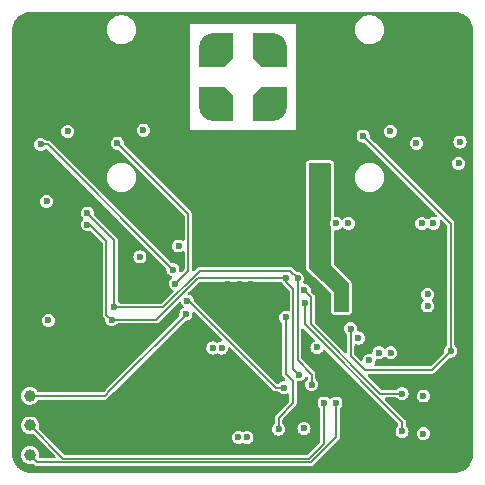
<source format=gbr>
%TF.GenerationSoftware,KiCad,Pcbnew,8.0.5*%
%TF.CreationDate,2025-03-05T13:38:36-05:00*%
%TF.ProjectId,minimax,6d696e69-6d61-4782-9e6b-696361645f70,rev?*%
%TF.SameCoordinates,Original*%
%TF.FileFunction,Copper,L4,Bot*%
%TF.FilePolarity,Positive*%
%FSLAX46Y46*%
G04 Gerber Fmt 4.6, Leading zero omitted, Abs format (unit mm)*
G04 Created by KiCad (PCBNEW 8.0.5) date 2025-03-05 13:38:36*
%MOMM*%
%LPD*%
G01*
G04 APERTURE LIST*
G04 Aperture macros list*
%AMFreePoly0*
4,1,25,1.707678,1.177678,1.715000,1.160000,1.715000,-0.940000,1.707678,-0.957678,0.957678,-1.707678,0.940000,-1.715000,-1.160000,-1.715000,-1.177678,-1.707678,-1.185000,-1.690000,-1.185000,0.000000,-1.177678,0.017678,-1.156389,0.038966,-1.140249,0.213149,-1.081668,0.419040,-0.986252,0.610661,-0.857250,0.781487,-0.699056,0.925700,-0.517056,1.038389,-0.317449,1.115718,-0.107031,1.155052,
-0.040304,1.155052,-0.017678,1.177678,0.000000,1.185000,1.690000,1.185000,1.707678,1.177678,1.707678,1.177678,$1*%
%AMFreePoly1*
4,1,25,0.017678,1.177678,0.040304,1.155052,0.107031,1.155052,0.317449,1.115718,0.517056,1.038389,0.699056,0.925700,0.857250,0.781487,0.986252,0.610661,1.081668,0.419040,1.140249,0.213149,1.156389,0.038966,1.177678,0.017678,1.185000,0.000000,1.185000,-1.690000,1.177678,-1.707678,1.160000,-1.715000,-0.940000,-1.715000,-0.957678,-1.707678,-1.707678,-0.957678,-1.715000,-0.940000,
-1.715000,1.160000,-1.707678,1.177678,-1.690000,1.185000,0.000000,1.185000,0.017678,1.177678,0.017678,1.177678,$1*%
%AMFreePoly2*
4,1,25,1.177678,1.707678,1.185000,1.690000,1.185000,0.000000,1.177678,-0.017678,1.156389,-0.038966,1.140249,-0.213149,1.081668,-0.419040,0.986252,-0.610661,0.857250,-0.781487,0.699056,-0.925700,0.517056,-1.038389,0.317449,-1.115718,0.107031,-1.155052,0.040304,-1.155052,0.017678,-1.177678,0.000000,-1.185000,-1.690000,-1.185000,-1.707678,-1.177678,-1.715000,-1.160000,-1.715000,0.940000,
-1.707678,0.957678,-0.957678,1.707678,-0.940000,1.715000,1.160000,1.715000,1.177678,1.707678,1.177678,1.707678,$1*%
G04 Aperture macros list end*
%TA.AperFunction,ComponentPad*%
%ADD10C,1.000000*%
%TD*%
%TA.AperFunction,ComponentPad*%
%ADD11FreePoly0,180.000000*%
%TD*%
%TA.AperFunction,ComponentPad*%
%ADD12FreePoly1,180.000000*%
%TD*%
%TA.AperFunction,ComponentPad*%
%ADD13FreePoly2,90.000000*%
%TD*%
%TA.AperFunction,ComponentPad*%
%ADD14FreePoly2,180.000000*%
%TD*%
%TA.AperFunction,ViaPad*%
%ADD15C,0.600000*%
%TD*%
%TA.AperFunction,Conductor*%
%ADD16C,0.127000*%
%TD*%
%TA.AperFunction,Conductor*%
%ADD17C,0.254000*%
%TD*%
G04 APERTURE END LIST*
D10*
%TO.P,TP1,1,1*%
%TO.N,Net-(U1-MFP8)*%
X132000000Y-126000000D03*
%TD*%
%TO.P,TP2,1,1*%
%TO.N,Net-(U1-MFP7)*%
X132000000Y-123500000D03*
%TD*%
D11*
%TO.P,J2,2,MH1*%
%TO.N,GND*%
X152540000Y-96540000D03*
D12*
%TO.P,J2,3,MH2*%
X147460000Y-96540000D03*
D13*
%TO.P,J2,4,MH3*%
X152550000Y-91450000D03*
D14*
%TO.P,J2,5,MH4*%
X147460000Y-91460000D03*
%TD*%
D10*
%TO.P,TP3,1,1*%
%TO.N,Net-(U1-MFP6)*%
X132000000Y-121000000D03*
%TD*%
D15*
%TO.N,VDDIO*%
X156300000Y-116900000D03*
X165300000Y-124200000D03*
X165300000Y-121000000D03*
X141300000Y-109225000D03*
X168300000Y-101300000D03*
%TO.N,+3V3*%
X168400000Y-99500000D03*
X133412500Y-104525000D03*
X166146447Y-106400000D03*
X162546447Y-117350000D03*
X155200000Y-123750000D03*
X133550000Y-114600000D03*
X161546447Y-117350000D03*
X135200000Y-98600000D03*
X162500000Y-98600000D03*
X141600000Y-98500000D03*
X165171447Y-106400000D03*
%TO.N,MFP1_CFG0*%
X163500000Y-124000000D03*
X155250000Y-113100000D03*
%TO.N,MFP2_CFG1*%
X155225000Y-112050000D03*
X163500000Y-120800000D03*
%TO.N,/camera/MIPI.CSI_D2_N*%
X149635240Y-124520000D03*
X147485230Y-116940000D03*
%TO.N,GND*%
X149738900Y-111550000D03*
X137925000Y-118550000D03*
X144475000Y-97250000D03*
X136025000Y-99975000D03*
X147050000Y-124400000D03*
X162521447Y-110650000D03*
X148900000Y-104250000D03*
X162046447Y-114650000D03*
X137300000Y-124600000D03*
X157875000Y-126725000D03*
X162521447Y-107150000D03*
X148751286Y-113537614D03*
X154100000Y-124700000D03*
X142175000Y-100250000D03*
X150738900Y-111550000D03*
X144425000Y-91575000D03*
X139500000Y-125125000D03*
X158400000Y-99725000D03*
X162046447Y-107875000D03*
X150738900Y-112550000D03*
X140397879Y-116337024D03*
X148690000Y-119760000D03*
X162850000Y-114650000D03*
X167000000Y-123900000D03*
X131825000Y-103925000D03*
X148500000Y-124100000D03*
X162050000Y-113850000D03*
X155300000Y-96100000D03*
X148738900Y-112550000D03*
X149738900Y-112550000D03*
X161571447Y-109200000D03*
X162521447Y-109200000D03*
X162021447Y-111400000D03*
X149738900Y-113550000D03*
X131850000Y-105775000D03*
X131675000Y-113900000D03*
X144425000Y-94200000D03*
X167125000Y-126850000D03*
X151020000Y-123720000D03*
X155300000Y-92200000D03*
X142500000Y-121300000D03*
X161571447Y-107150000D03*
X162850000Y-100000000D03*
X137700000Y-122000000D03*
X155300000Y-94000000D03*
X161571447Y-110650000D03*
X161250000Y-114650000D03*
X150270000Y-121110000D03*
X162046447Y-109925000D03*
X150738900Y-113550000D03*
X147000000Y-118020000D03*
X145500000Y-124350000D03*
X162050000Y-115425000D03*
X159675000Y-122225000D03*
X148738900Y-111550000D03*
X164873224Y-116050000D03*
X131850000Y-116000000D03*
%TO.N,/camera/MIPI.CSI_D2_P*%
X148214770Y-116940000D03*
X150364780Y-124520000D03*
%TO.N,/camera/MFP9_SDA*%
X155850000Y-120050000D03*
X136850000Y-105500000D03*
X139150000Y-113500000D03*
X154650000Y-111050000D03*
%TO.N,/camera/MFP10_SCL*%
X154800000Y-119200000D03*
X136850000Y-106500000D03*
X153700000Y-111000000D03*
X138900000Y-114550000D03*
%TO.N,/connector/V_POC*%
X158421447Y-113375000D03*
X158421447Y-112400000D03*
X156100000Y-103700000D03*
X165671447Y-112400000D03*
X156100000Y-101900000D03*
X165671447Y-113375000D03*
X157000000Y-102800000D03*
X156100000Y-102800000D03*
X157000000Y-103700000D03*
X157000000Y-101900000D03*
%TO.N,/camera/LED_EN*%
X153500000Y-120300000D03*
X145325000Y-112950000D03*
%TO.N,/camera/POWER_EN*%
X153650000Y-114350000D03*
X153050000Y-123800000D03*
%TO.N,+1V2*%
X160696447Y-118000000D03*
X144575000Y-108300000D03*
%TO.N,+1V8*%
X164700000Y-99600000D03*
X159796447Y-116100000D03*
X157946447Y-106400000D03*
X158946447Y-106400000D03*
%TO.N,Net-(U1-MFP8)*%
X157900000Y-121600000D03*
%TO.N,/gmsl/LOCK*%
X144100000Y-110300000D03*
X132900000Y-99700000D03*
%TO.N,/gmsl/ERRB*%
X144300000Y-111500000D03*
X139400000Y-99600000D03*
%TO.N,Net-(Q3-G)*%
X160200000Y-99000000D03*
X159146447Y-115300000D03*
X167623224Y-117200000D03*
%TO.N,Net-(U1-MFP7)*%
X156900000Y-121600000D03*
%TO.N,Net-(U1-MFP6)*%
X145200000Y-114075000D03*
%TD*%
D16*
%TO.N,MFP1_CFG0*%
X163500000Y-123200000D02*
X163500000Y-124000000D01*
X155250000Y-114950000D02*
X163500000Y-123200000D01*
X155250000Y-113100000D02*
X155250000Y-114950000D01*
%TO.N,MFP2_CFG1*%
X155793500Y-112618500D02*
X155793500Y-114943500D01*
X155793500Y-114943500D02*
X161650000Y-120800000D01*
X161650000Y-120800000D02*
X163500000Y-120800000D01*
X155225000Y-112050000D02*
X155793500Y-112618500D01*
%TO.N,/camera/MFP9_SDA*%
X154650000Y-111050000D02*
X154000000Y-110400000D01*
X146375000Y-110400000D02*
X143275000Y-113500000D01*
X139150000Y-107800000D02*
X136850000Y-105500000D01*
X139150000Y-113500000D02*
X139150000Y-107800000D01*
X154000000Y-110400000D02*
X146375000Y-110400000D01*
X155850000Y-119200000D02*
X154650000Y-118000000D01*
X143275000Y-113500000D02*
X139150000Y-113500000D01*
X154650000Y-118000000D02*
X154650000Y-111050000D01*
X155850000Y-120050000D02*
X155850000Y-119200000D01*
%TO.N,/camera/MFP10_SCL*%
X142650000Y-114550000D02*
X138900000Y-114550000D01*
X138900000Y-114550000D02*
X138475000Y-114125000D01*
X153700000Y-111325000D02*
X153700000Y-111000000D01*
X153700000Y-111000000D02*
X146200000Y-111000000D01*
X154800000Y-119200000D02*
X154300000Y-118700000D01*
X146200000Y-111000000D02*
X142650000Y-114550000D01*
X154300000Y-118700000D02*
X154300000Y-111925000D01*
X137050000Y-106500000D02*
X136850000Y-106500000D01*
X138475000Y-107925000D02*
X137050000Y-106500000D01*
X154300000Y-111925000D02*
X153700000Y-111325000D01*
X138475000Y-114125000D02*
X138475000Y-107925000D01*
D17*
%TO.N,/connector/V_POC*%
X156100000Y-103700000D02*
X156100000Y-110078553D01*
X156100000Y-110078553D02*
X158421447Y-112400000D01*
D16*
%TO.N,/camera/LED_EN*%
X145450000Y-112950000D02*
X145325000Y-112950000D01*
X152800000Y-120300000D02*
X145450000Y-112950000D01*
X153500000Y-120300000D02*
X152800000Y-120300000D01*
%TO.N,/camera/POWER_EN*%
X154250000Y-121640790D02*
X154250000Y-119750000D01*
X154250000Y-119750000D02*
X153650000Y-119150000D01*
X153650000Y-119150000D02*
X153650000Y-114350000D01*
X153050000Y-122840790D02*
X154250000Y-121640790D01*
X153050000Y-123800000D02*
X153050000Y-122840790D01*
%TO.N,Net-(U1-MFP8)*%
X155800000Y-126600000D02*
X132600000Y-126600000D01*
X132600000Y-126600000D02*
X132000000Y-126000000D01*
X157900000Y-124500000D02*
X155800000Y-126600000D01*
X157900000Y-121600000D02*
X157900000Y-124500000D01*
%TO.N,/gmsl/LOCK*%
X144100000Y-110300000D02*
X133500000Y-99700000D01*
X133500000Y-99700000D02*
X132900000Y-99700000D01*
%TO.N,/gmsl/ERRB*%
X144300000Y-111500000D02*
X145400000Y-110400000D01*
X145400000Y-105600000D02*
X139400000Y-99600000D01*
X145400000Y-110400000D02*
X145400000Y-105600000D01*
%TO.N,Net-(Q3-G)*%
X159146447Y-115300000D02*
X159146447Y-117623223D01*
X167623224Y-106700000D02*
X167623224Y-117200000D01*
X160200000Y-99000000D02*
X167623224Y-106423224D01*
X160323224Y-118800000D02*
X166023224Y-118800000D01*
X166023224Y-118800000D02*
X167623224Y-117200000D01*
X159146447Y-117623223D02*
X160323224Y-118800000D01*
X167623224Y-106423224D02*
X167623224Y-106700000D01*
%TO.N,Net-(U1-MFP7)*%
X134800000Y-126300000D02*
X132000000Y-123500000D01*
X155650000Y-126300000D02*
X134800000Y-126300000D01*
X156900000Y-121600000D02*
X156900000Y-125050000D01*
X156900000Y-125050000D02*
X155650000Y-126300000D01*
%TO.N,Net-(U1-MFP6)*%
X145200000Y-114075000D02*
X145200000Y-114125000D01*
X132000000Y-121000000D02*
X138325000Y-121000000D01*
X138325000Y-121000000D02*
X138812500Y-120512500D01*
X145200000Y-114125000D02*
X138812500Y-120512500D01*
%TD*%
%TA.AperFunction,Conductor*%
%TO.N,GND*%
G36*
X153252940Y-111333685D02*
G01*
X153284276Y-111362513D01*
X153307379Y-111392621D01*
X153411851Y-111472785D01*
X153443747Y-111509158D01*
X153448737Y-111517800D01*
X153448738Y-111517801D01*
X153949681Y-112018744D01*
X153983166Y-112080067D01*
X153986000Y-112106425D01*
X153986000Y-113707740D01*
X153966315Y-113774779D01*
X153913511Y-113820534D01*
X153844353Y-113830478D01*
X153814550Y-113822302D01*
X153793712Y-113813671D01*
X153793710Y-113813670D01*
X153793709Y-113813670D01*
X153669954Y-113797377D01*
X153650001Y-113794750D01*
X153649999Y-113794750D01*
X153506291Y-113813670D01*
X153506287Y-113813671D01*
X153372377Y-113869137D01*
X153257379Y-113957379D01*
X153169137Y-114072377D01*
X153113671Y-114206287D01*
X153113670Y-114206291D01*
X153094750Y-114349999D01*
X153094750Y-114350000D01*
X153113670Y-114493708D01*
X153113671Y-114493712D01*
X153169137Y-114627622D01*
X153169138Y-114627624D01*
X153169139Y-114627625D01*
X153257379Y-114742621D01*
X153287486Y-114765723D01*
X153328689Y-114822149D01*
X153336000Y-114864098D01*
X153336000Y-119191341D01*
X153349397Y-119241336D01*
X153349398Y-119241340D01*
X153357397Y-119271198D01*
X153357399Y-119271202D01*
X153398732Y-119342793D01*
X153398738Y-119342801D01*
X153589006Y-119533069D01*
X153622491Y-119594392D01*
X153617507Y-119664084D01*
X153575635Y-119720017D01*
X153510171Y-119744434D01*
X153501325Y-119744750D01*
X153499999Y-119744750D01*
X153356291Y-119763670D01*
X153356287Y-119763671D01*
X153222377Y-119819137D01*
X153164877Y-119863259D01*
X153107379Y-119907379D01*
X153107378Y-119907380D01*
X153107377Y-119907381D01*
X153084276Y-119937487D01*
X153027848Y-119978689D01*
X152985901Y-119986000D01*
X152981425Y-119986000D01*
X152914386Y-119966315D01*
X152893744Y-119949681D01*
X145907918Y-112963855D01*
X145874433Y-112902532D01*
X145872662Y-112892374D01*
X145861330Y-112806291D01*
X145805861Y-112672375D01*
X145717621Y-112557379D01*
X145602625Y-112469139D01*
X145597553Y-112467038D01*
X145471646Y-112414886D01*
X145417243Y-112371045D01*
X145395178Y-112304751D01*
X145412457Y-112237052D01*
X145431413Y-112212649D01*
X146293745Y-111350319D01*
X146355068Y-111316834D01*
X146381426Y-111314000D01*
X153185901Y-111314000D01*
X153252940Y-111333685D01*
G37*
%TD.AperFunction*%
%TA.AperFunction,Conductor*%
G36*
X168004418Y-88500816D02*
G01*
X168204561Y-88515130D01*
X168222063Y-88517647D01*
X168413797Y-88559355D01*
X168430755Y-88564334D01*
X168614609Y-88632909D01*
X168630701Y-88640259D01*
X168802904Y-88734288D01*
X168817784Y-88743849D01*
X168896432Y-88802725D01*
X168974867Y-88861441D01*
X168988237Y-88873027D01*
X169126972Y-89011762D01*
X169138558Y-89025132D01*
X169256146Y-89182210D01*
X169265711Y-89197095D01*
X169359740Y-89369298D01*
X169367090Y-89385390D01*
X169435662Y-89569236D01*
X169440646Y-89586212D01*
X169482351Y-89777931D01*
X169484869Y-89795442D01*
X169499184Y-89995580D01*
X169499500Y-90004427D01*
X169499500Y-125995572D01*
X169499184Y-126004419D01*
X169484869Y-126204557D01*
X169482351Y-126222068D01*
X169440646Y-126413787D01*
X169435662Y-126430763D01*
X169367090Y-126614609D01*
X169359740Y-126630701D01*
X169265711Y-126802904D01*
X169256146Y-126817789D01*
X169138558Y-126974867D01*
X169126972Y-126988237D01*
X168988237Y-127126972D01*
X168974867Y-127138558D01*
X168817789Y-127256146D01*
X168802904Y-127265711D01*
X168630701Y-127359740D01*
X168614609Y-127367090D01*
X168430763Y-127435662D01*
X168413787Y-127440646D01*
X168222068Y-127482351D01*
X168204557Y-127484869D01*
X168023779Y-127497799D01*
X168004417Y-127499184D01*
X167995572Y-127499500D01*
X132004428Y-127499500D01*
X131995582Y-127499184D01*
X131973622Y-127497613D01*
X131795442Y-127484869D01*
X131777931Y-127482351D01*
X131586212Y-127440646D01*
X131569236Y-127435662D01*
X131385390Y-127367090D01*
X131369298Y-127359740D01*
X131197095Y-127265711D01*
X131182210Y-127256146D01*
X131025132Y-127138558D01*
X131011762Y-127126972D01*
X130873027Y-126988237D01*
X130861441Y-126974867D01*
X130743849Y-126817784D01*
X130734288Y-126802904D01*
X130640259Y-126630701D01*
X130632909Y-126614609D01*
X130572091Y-126451551D01*
X130564334Y-126430755D01*
X130559355Y-126413797D01*
X130517647Y-126222063D01*
X130515130Y-126204556D01*
X130512519Y-126168056D01*
X130500816Y-126004418D01*
X130500500Y-125995572D01*
X130500500Y-123499997D01*
X131244751Y-123499997D01*
X131244751Y-123500002D01*
X131263685Y-123668056D01*
X131319545Y-123827694D01*
X131319547Y-123827697D01*
X131409518Y-123970884D01*
X131409523Y-123970890D01*
X131529109Y-124090476D01*
X131529115Y-124090481D01*
X131672302Y-124180452D01*
X131672305Y-124180454D01*
X131672309Y-124180455D01*
X131672310Y-124180456D01*
X131707073Y-124192620D01*
X131831943Y-124236314D01*
X131999997Y-124255249D01*
X132000000Y-124255249D01*
X132000003Y-124255249D01*
X132168053Y-124236314D01*
X132168054Y-124236313D01*
X132168059Y-124236313D01*
X132186515Y-124229854D01*
X132256290Y-124226291D01*
X132315151Y-124259214D01*
X134130256Y-126074319D01*
X134163741Y-126135642D01*
X134158757Y-126205334D01*
X134116885Y-126261267D01*
X134051421Y-126285684D01*
X134042575Y-126286000D01*
X132861781Y-126286000D01*
X132794742Y-126266315D01*
X132748987Y-126213511D01*
X132738561Y-126148117D01*
X132755249Y-126000003D01*
X132755249Y-125999997D01*
X132736314Y-125831943D01*
X132680454Y-125672305D01*
X132680452Y-125672302D01*
X132590481Y-125529115D01*
X132590476Y-125529109D01*
X132470890Y-125409523D01*
X132470884Y-125409518D01*
X132327697Y-125319547D01*
X132327694Y-125319545D01*
X132168056Y-125263685D01*
X132000003Y-125244751D01*
X131999997Y-125244751D01*
X131831943Y-125263685D01*
X131672305Y-125319545D01*
X131672302Y-125319547D01*
X131529115Y-125409518D01*
X131529109Y-125409523D01*
X131409523Y-125529109D01*
X131409518Y-125529115D01*
X131319547Y-125672302D01*
X131319545Y-125672305D01*
X131263685Y-125831943D01*
X131244751Y-125999997D01*
X131244751Y-126000002D01*
X131263685Y-126168056D01*
X131319545Y-126327694D01*
X131319547Y-126327697D01*
X131409518Y-126470884D01*
X131409523Y-126470890D01*
X131529109Y-126590476D01*
X131529115Y-126590481D01*
X131672302Y-126680452D01*
X131672305Y-126680454D01*
X131672309Y-126680455D01*
X131672310Y-126680456D01*
X131739941Y-126704121D01*
X131831943Y-126736314D01*
X131999997Y-126755249D01*
X132000000Y-126755249D01*
X132000003Y-126755249D01*
X132168051Y-126736314D01*
X132168051Y-126736313D01*
X132168059Y-126736313D01*
X132186515Y-126729854D01*
X132256288Y-126726290D01*
X132315150Y-126759214D01*
X132407199Y-126851263D01*
X132478800Y-126892601D01*
X132487238Y-126894862D01*
X132495675Y-126897123D01*
X132508985Y-126900689D01*
X132558661Y-126914000D01*
X132558663Y-126914000D01*
X155841337Y-126914000D01*
X155841339Y-126914000D01*
X155904323Y-126897123D01*
X155921200Y-126892601D01*
X155992800Y-126851263D01*
X158151262Y-124692801D01*
X158192600Y-124621200D01*
X158192601Y-124621199D01*
X158214000Y-124541339D01*
X158214000Y-122114098D01*
X158233685Y-122047059D01*
X158262511Y-122015724D01*
X158292621Y-121992621D01*
X158380861Y-121877625D01*
X158436330Y-121743709D01*
X158455250Y-121600000D01*
X158436330Y-121456291D01*
X158386641Y-121336329D01*
X158380862Y-121322377D01*
X158380861Y-121322376D01*
X158380861Y-121322375D01*
X158292621Y-121207379D01*
X158177625Y-121119139D01*
X158177624Y-121119138D01*
X158177622Y-121119137D01*
X158043712Y-121063671D01*
X158043710Y-121063670D01*
X158043709Y-121063670D01*
X157971854Y-121054210D01*
X157900001Y-121044750D01*
X157899999Y-121044750D01*
X157756291Y-121063670D01*
X157756287Y-121063671D01*
X157622377Y-121119137D01*
X157590356Y-121143708D01*
X157507379Y-121207379D01*
X157507378Y-121207380D01*
X157507377Y-121207381D01*
X157498375Y-121219113D01*
X157441947Y-121260316D01*
X157372201Y-121264470D01*
X157311281Y-121230257D01*
X157301625Y-121219113D01*
X157299782Y-121216711D01*
X157292621Y-121207379D01*
X157177625Y-121119139D01*
X157177624Y-121119138D01*
X157177622Y-121119137D01*
X157043712Y-121063671D01*
X157043710Y-121063670D01*
X157043709Y-121063670D01*
X156971854Y-121054210D01*
X156900001Y-121044750D01*
X156899999Y-121044750D01*
X156756291Y-121063670D01*
X156756287Y-121063671D01*
X156622377Y-121119137D01*
X156507379Y-121207379D01*
X156419137Y-121322377D01*
X156363671Y-121456287D01*
X156363670Y-121456291D01*
X156350642Y-121555250D01*
X156344750Y-121600000D01*
X156362696Y-121736314D01*
X156363670Y-121743708D01*
X156363671Y-121743712D01*
X156419137Y-121877622D01*
X156419138Y-121877624D01*
X156419139Y-121877625D01*
X156507379Y-121992621D01*
X156537486Y-122015723D01*
X156578689Y-122072149D01*
X156586000Y-122114098D01*
X156586000Y-124868575D01*
X156566315Y-124935614D01*
X156549681Y-124956256D01*
X155556256Y-125949681D01*
X155494933Y-125983166D01*
X155468575Y-125986000D01*
X134981425Y-125986000D01*
X134914386Y-125966315D01*
X134893744Y-125949681D01*
X133464063Y-124520000D01*
X149079990Y-124520000D01*
X149093313Y-124621200D01*
X149098910Y-124663708D01*
X149098911Y-124663712D01*
X149154377Y-124797622D01*
X149154378Y-124797624D01*
X149154379Y-124797625D01*
X149242619Y-124912621D01*
X149357615Y-125000861D01*
X149491531Y-125056330D01*
X149618520Y-125073048D01*
X149635239Y-125075250D01*
X149635240Y-125075250D01*
X149635241Y-125075250D01*
X149650217Y-125073278D01*
X149778949Y-125056330D01*
X149912865Y-125000861D01*
X149924523Y-124991915D01*
X149989689Y-124966720D01*
X150058135Y-124980757D01*
X150075492Y-124991911D01*
X150087155Y-125000861D01*
X150221071Y-125056330D01*
X150348060Y-125073048D01*
X150364779Y-125075250D01*
X150364780Y-125075250D01*
X150364781Y-125075250D01*
X150379757Y-125073278D01*
X150508489Y-125056330D01*
X150642405Y-125000861D01*
X150757401Y-124912621D01*
X150845641Y-124797625D01*
X150901110Y-124663709D01*
X150920030Y-124520000D01*
X150901110Y-124376291D01*
X150845641Y-124242375D01*
X150757401Y-124127379D01*
X150642405Y-124039139D01*
X150642404Y-124039138D01*
X150642402Y-124039137D01*
X150508492Y-123983671D01*
X150508490Y-123983670D01*
X150508489Y-123983670D01*
X150411417Y-123970890D01*
X150364781Y-123964750D01*
X150364779Y-123964750D01*
X150221071Y-123983670D01*
X150221067Y-123983671D01*
X150087156Y-124039138D01*
X150087154Y-124039139D01*
X150075496Y-124048085D01*
X150010326Y-124073279D01*
X149941882Y-124059240D01*
X149924524Y-124048085D01*
X149912865Y-124039139D01*
X149912863Y-124039138D01*
X149778952Y-123983671D01*
X149778950Y-123983670D01*
X149778949Y-123983670D01*
X149681877Y-123970890D01*
X149635241Y-123964750D01*
X149635239Y-123964750D01*
X149491531Y-123983670D01*
X149491527Y-123983671D01*
X149357617Y-124039137D01*
X149242619Y-124127379D01*
X149154377Y-124242377D01*
X149098911Y-124376287D01*
X149098910Y-124376291D01*
X149079990Y-124520000D01*
X133464063Y-124520000D01*
X132759214Y-123815151D01*
X132725729Y-123753828D01*
X132729854Y-123686515D01*
X132736313Y-123668059D01*
X132736808Y-123663671D01*
X132755249Y-123500002D01*
X132755249Y-123499997D01*
X132736314Y-123331943D01*
X132680454Y-123172305D01*
X132680452Y-123172302D01*
X132590481Y-123029115D01*
X132590476Y-123029109D01*
X132470890Y-122909523D01*
X132470884Y-122909518D01*
X132327697Y-122819547D01*
X132327694Y-122819545D01*
X132168056Y-122763685D01*
X132000003Y-122744751D01*
X131999997Y-122744751D01*
X131831943Y-122763685D01*
X131672305Y-122819545D01*
X131672302Y-122819547D01*
X131529115Y-122909518D01*
X131529109Y-122909523D01*
X131409523Y-123029109D01*
X131409518Y-123029115D01*
X131319547Y-123172302D01*
X131319545Y-123172305D01*
X131263685Y-123331943D01*
X131244751Y-123499997D01*
X130500500Y-123499997D01*
X130500500Y-120999997D01*
X131244751Y-120999997D01*
X131244751Y-121000002D01*
X131263685Y-121168056D01*
X131319545Y-121327694D01*
X131319547Y-121327697D01*
X131409518Y-121470884D01*
X131409523Y-121470890D01*
X131529109Y-121590476D01*
X131529115Y-121590481D01*
X131672302Y-121680452D01*
X131672305Y-121680454D01*
X131672309Y-121680455D01*
X131672310Y-121680456D01*
X131744913Y-121705860D01*
X131831943Y-121736314D01*
X131999997Y-121755249D01*
X132000000Y-121755249D01*
X132000003Y-121755249D01*
X132168056Y-121736314D01*
X132199521Y-121725304D01*
X132327690Y-121680456D01*
X132327692Y-121680454D01*
X132327694Y-121680454D01*
X132327697Y-121680452D01*
X132470884Y-121590481D01*
X132470885Y-121590480D01*
X132470890Y-121590477D01*
X132590477Y-121470890D01*
X132652596Y-121372027D01*
X132704931Y-121325737D01*
X132757590Y-121314000D01*
X138366337Y-121314000D01*
X138366339Y-121314000D01*
X138429323Y-121297123D01*
X138446200Y-121292601D01*
X138466535Y-121280861D01*
X138517793Y-121251267D01*
X138517792Y-121251267D01*
X138517800Y-121251263D01*
X139063763Y-120705301D01*
X139063763Y-120705299D01*
X139073967Y-120695096D01*
X139073970Y-120695091D01*
X145102693Y-114666369D01*
X145164014Y-114632886D01*
X145191871Y-114631731D01*
X145191871Y-114630250D01*
X145200000Y-114630250D01*
X145343709Y-114611330D01*
X145477625Y-114555861D01*
X145592621Y-114467621D01*
X145680861Y-114352625D01*
X145736330Y-114218709D01*
X145755250Y-114075000D01*
X145754904Y-114072375D01*
X145745971Y-114004521D01*
X145756736Y-113935486D01*
X145803116Y-113883230D01*
X145870385Y-113864344D01*
X145937186Y-113884824D01*
X145956591Y-113900654D01*
X148236604Y-116180667D01*
X148270089Y-116241990D01*
X148265105Y-116311682D01*
X148223233Y-116367615D01*
X148165110Y-116391287D01*
X148071061Y-116403670D01*
X148071057Y-116403671D01*
X147937146Y-116459138D01*
X147937144Y-116459139D01*
X147925486Y-116468085D01*
X147860316Y-116493279D01*
X147791872Y-116479240D01*
X147774514Y-116468085D01*
X147762855Y-116459139D01*
X147762853Y-116459138D01*
X147628942Y-116403671D01*
X147628940Y-116403670D01*
X147628939Y-116403670D01*
X147534883Y-116391287D01*
X147485231Y-116384750D01*
X147485229Y-116384750D01*
X147341521Y-116403670D01*
X147341517Y-116403671D01*
X147207607Y-116459137D01*
X147092609Y-116547379D01*
X147004367Y-116662377D01*
X146948901Y-116796287D01*
X146948900Y-116796291D01*
X146937029Y-116886462D01*
X146929980Y-116940000D01*
X146939237Y-117010316D01*
X146948900Y-117083708D01*
X146948901Y-117083712D01*
X147004367Y-117217622D01*
X147004368Y-117217624D01*
X147004369Y-117217625D01*
X147092609Y-117332621D01*
X147207605Y-117420861D01*
X147341521Y-117476330D01*
X147468510Y-117493048D01*
X147485229Y-117495250D01*
X147485230Y-117495250D01*
X147485231Y-117495250D01*
X147501105Y-117493160D01*
X147628939Y-117476330D01*
X147762855Y-117420861D01*
X147774513Y-117411915D01*
X147839679Y-117386720D01*
X147908125Y-117400757D01*
X147925482Y-117411911D01*
X147937145Y-117420861D01*
X148071061Y-117476330D01*
X148198050Y-117493048D01*
X148214769Y-117495250D01*
X148214770Y-117495250D01*
X148214771Y-117495250D01*
X148230645Y-117493160D01*
X148358479Y-117476330D01*
X148492395Y-117420861D01*
X148607391Y-117332621D01*
X148695631Y-117217625D01*
X148751100Y-117083709D01*
X148763482Y-116989659D01*
X148791749Y-116925764D01*
X148850073Y-116887293D01*
X148919938Y-116886462D01*
X148974102Y-116918165D01*
X152607200Y-120551263D01*
X152655103Y-120578919D01*
X152667935Y-120586328D01*
X152667939Y-120586330D01*
X152678801Y-120592601D01*
X152758661Y-120614000D01*
X152985901Y-120614000D01*
X153052940Y-120633685D01*
X153084276Y-120662513D01*
X153091788Y-120672302D01*
X153107379Y-120692621D01*
X153222375Y-120780861D01*
X153222376Y-120780861D01*
X153222377Y-120780862D01*
X153267013Y-120799350D01*
X153356291Y-120836330D01*
X153483280Y-120853048D01*
X153499999Y-120855250D01*
X153500000Y-120855250D01*
X153500001Y-120855250D01*
X153514977Y-120853278D01*
X153643709Y-120836330D01*
X153764550Y-120786276D01*
X153834017Y-120778808D01*
X153896496Y-120810083D01*
X153932148Y-120870172D01*
X153936000Y-120900838D01*
X153936000Y-121459365D01*
X153916315Y-121526404D01*
X153899681Y-121547046D01*
X152798738Y-122647988D01*
X152798734Y-122647993D01*
X152757398Y-122719589D01*
X152757399Y-122719589D01*
X152757399Y-122719591D01*
X152736000Y-122799452D01*
X152736000Y-123285900D01*
X152716315Y-123352939D01*
X152687487Y-123384275D01*
X152657382Y-123407375D01*
X152569137Y-123522377D01*
X152513671Y-123656287D01*
X152513670Y-123656291D01*
X152500009Y-123760058D01*
X152494750Y-123800000D01*
X152502160Y-123856287D01*
X152513670Y-123943708D01*
X152513671Y-123943712D01*
X152569137Y-124077622D01*
X152569138Y-124077624D01*
X152569139Y-124077625D01*
X152657379Y-124192621D01*
X152772375Y-124280861D01*
X152772376Y-124280861D01*
X152772377Y-124280862D01*
X152817013Y-124299350D01*
X152906291Y-124336330D01*
X153033280Y-124353048D01*
X153049999Y-124355250D01*
X153050000Y-124355250D01*
X153050001Y-124355250D01*
X153064977Y-124353278D01*
X153193709Y-124336330D01*
X153327625Y-124280861D01*
X153442621Y-124192621D01*
X153530861Y-124077625D01*
X153586330Y-123943709D01*
X153605250Y-123800000D01*
X153598667Y-123750000D01*
X154644750Y-123750000D01*
X154653327Y-123815151D01*
X154663670Y-123893708D01*
X154663671Y-123893712D01*
X154719137Y-124027622D01*
X154719138Y-124027624D01*
X154719139Y-124027625D01*
X154807379Y-124142621D01*
X154922375Y-124230861D01*
X155056291Y-124286330D01*
X155183280Y-124303048D01*
X155199999Y-124305250D01*
X155200000Y-124305250D01*
X155200001Y-124305250D01*
X155214977Y-124303278D01*
X155343709Y-124286330D01*
X155477625Y-124230861D01*
X155592621Y-124142621D01*
X155680861Y-124027625D01*
X155736330Y-123893709D01*
X155755250Y-123750000D01*
X155736330Y-123606291D01*
X155692304Y-123500002D01*
X155680862Y-123472377D01*
X155680861Y-123472376D01*
X155680861Y-123472375D01*
X155592621Y-123357379D01*
X155477625Y-123269139D01*
X155477624Y-123269138D01*
X155477622Y-123269137D01*
X155343712Y-123213671D01*
X155343710Y-123213670D01*
X155343709Y-123213670D01*
X155271854Y-123204210D01*
X155200001Y-123194750D01*
X155199999Y-123194750D01*
X155056291Y-123213670D01*
X155056287Y-123213671D01*
X154922377Y-123269137D01*
X154807379Y-123357379D01*
X154719137Y-123472377D01*
X154663671Y-123606287D01*
X154663670Y-123606291D01*
X154644750Y-123750000D01*
X153598667Y-123750000D01*
X153586330Y-123656291D01*
X153530861Y-123522375D01*
X153442621Y-123407379D01*
X153442618Y-123407377D01*
X153442617Y-123407375D01*
X153412513Y-123384275D01*
X153371310Y-123327847D01*
X153364000Y-123285900D01*
X153364000Y-123022215D01*
X153383685Y-122955176D01*
X153400319Y-122934534D01*
X153686865Y-122647988D01*
X154501262Y-121833591D01*
X154542601Y-121761990D01*
X154549481Y-121736313D01*
X154552432Y-121725303D01*
X154557320Y-121707055D01*
X154564000Y-121682129D01*
X154564000Y-119865574D01*
X154583685Y-119798535D01*
X154636489Y-119752780D01*
X154704183Y-119742635D01*
X154781239Y-119752780D01*
X154799999Y-119755250D01*
X154800000Y-119755250D01*
X154800001Y-119755250D01*
X154818761Y-119752780D01*
X154943709Y-119736330D01*
X155077625Y-119680861D01*
X155192621Y-119592621D01*
X155280861Y-119477625D01*
X155297439Y-119437602D01*
X155341279Y-119383198D01*
X155407573Y-119361133D01*
X155475273Y-119378412D01*
X155522884Y-119429549D01*
X155536000Y-119485054D01*
X155536000Y-119535900D01*
X155516315Y-119602939D01*
X155487487Y-119634275D01*
X155457382Y-119657375D01*
X155369137Y-119772377D01*
X155313671Y-119906287D01*
X155313670Y-119906291D01*
X155294750Y-120049999D01*
X155294750Y-120050000D01*
X155313670Y-120193708D01*
X155313671Y-120193712D01*
X155369137Y-120327622D01*
X155369138Y-120327624D01*
X155369139Y-120327625D01*
X155457379Y-120442621D01*
X155572375Y-120530861D01*
X155706291Y-120586330D01*
X155833280Y-120603048D01*
X155849999Y-120605250D01*
X155850000Y-120605250D01*
X155850001Y-120605250D01*
X155864977Y-120603278D01*
X155993709Y-120586330D01*
X156127625Y-120530861D01*
X156242621Y-120442621D01*
X156330861Y-120327625D01*
X156386330Y-120193709D01*
X156405250Y-120050000D01*
X156386330Y-119906291D01*
X156330861Y-119772375D01*
X156242621Y-119657379D01*
X156242618Y-119657377D01*
X156242617Y-119657375D01*
X156212513Y-119634275D01*
X156171310Y-119577847D01*
X156164000Y-119535900D01*
X156164000Y-119158662D01*
X156146298Y-119092600D01*
X156142601Y-119078801D01*
X156142601Y-119078800D01*
X156101262Y-119007199D01*
X155000319Y-117906256D01*
X154966834Y-117844933D01*
X154964000Y-117818575D01*
X154964000Y-115407425D01*
X154983685Y-115340386D01*
X155036489Y-115294631D01*
X155105647Y-115284687D01*
X155169203Y-115313712D01*
X155175681Y-115319744D01*
X156069837Y-116213900D01*
X156103322Y-116275223D01*
X156098338Y-116344915D01*
X156056466Y-116400848D01*
X156029613Y-116416140D01*
X156022378Y-116419136D01*
X155907379Y-116507379D01*
X155819137Y-116622377D01*
X155763671Y-116756287D01*
X155763670Y-116756291D01*
X155756945Y-116807375D01*
X155744750Y-116900000D01*
X155752304Y-116957381D01*
X155763670Y-117043708D01*
X155763671Y-117043712D01*
X155819137Y-117177622D01*
X155819138Y-117177623D01*
X155819139Y-117177625D01*
X155907379Y-117292621D01*
X156022375Y-117380861D01*
X156156291Y-117436330D01*
X156283280Y-117453048D01*
X156299999Y-117455250D01*
X156300000Y-117455250D01*
X156300001Y-117455250D01*
X156314977Y-117453278D01*
X156443709Y-117436330D01*
X156577625Y-117380861D01*
X156692621Y-117292621D01*
X156780861Y-117177625D01*
X156783856Y-117170393D01*
X156827694Y-117115990D01*
X156893987Y-117093922D01*
X156961687Y-117111198D01*
X156986099Y-117130162D01*
X163149681Y-123293744D01*
X163183166Y-123355067D01*
X163186000Y-123381425D01*
X163186000Y-123485900D01*
X163166315Y-123552939D01*
X163137487Y-123584275D01*
X163107382Y-123607375D01*
X163019137Y-123722377D01*
X162963671Y-123856287D01*
X162963670Y-123856291D01*
X162944750Y-124000000D01*
X162958706Y-124106008D01*
X162963670Y-124143708D01*
X162963671Y-124143712D01*
X163019137Y-124277622D01*
X163019138Y-124277624D01*
X163019139Y-124277625D01*
X163107379Y-124392621D01*
X163222375Y-124480861D01*
X163356291Y-124536330D01*
X163483280Y-124553048D01*
X163499999Y-124555250D01*
X163500000Y-124555250D01*
X163500001Y-124555250D01*
X163514977Y-124553278D01*
X163643709Y-124536330D01*
X163777625Y-124480861D01*
X163892621Y-124392621D01*
X163980861Y-124277625D01*
X164013014Y-124200000D01*
X164744750Y-124200000D01*
X164762698Y-124336329D01*
X164763670Y-124343708D01*
X164763671Y-124343712D01*
X164819137Y-124477622D01*
X164819138Y-124477624D01*
X164819139Y-124477625D01*
X164907379Y-124592621D01*
X165022375Y-124680861D01*
X165022376Y-124680861D01*
X165022377Y-124680862D01*
X165067013Y-124699350D01*
X165156291Y-124736330D01*
X165283280Y-124753048D01*
X165299999Y-124755250D01*
X165300000Y-124755250D01*
X165300001Y-124755250D01*
X165314977Y-124753278D01*
X165443709Y-124736330D01*
X165577625Y-124680861D01*
X165692621Y-124592621D01*
X165780861Y-124477625D01*
X165836330Y-124343709D01*
X165855250Y-124200000D01*
X165836330Y-124056291D01*
X165780861Y-123922375D01*
X165692621Y-123807379D01*
X165577625Y-123719139D01*
X165577624Y-123719138D01*
X165577622Y-123719137D01*
X165443712Y-123663671D01*
X165443710Y-123663670D01*
X165443709Y-123663670D01*
X165371854Y-123654210D01*
X165300001Y-123644750D01*
X165299999Y-123644750D01*
X165156291Y-123663670D01*
X165156287Y-123663671D01*
X165022377Y-123719137D01*
X164907379Y-123807379D01*
X164819137Y-123922377D01*
X164763671Y-124056287D01*
X164763670Y-124056291D01*
X164745722Y-124192620D01*
X164744750Y-124200000D01*
X164013014Y-124200000D01*
X164036330Y-124143709D01*
X164055250Y-124000000D01*
X164036330Y-123856291D01*
X163993889Y-123753828D01*
X163980862Y-123722377D01*
X163980861Y-123722376D01*
X163980861Y-123722375D01*
X163892621Y-123607379D01*
X163892618Y-123607377D01*
X163892617Y-123607375D01*
X163862513Y-123584275D01*
X163821310Y-123527847D01*
X163814000Y-123485900D01*
X163814000Y-123158662D01*
X163814000Y-123158661D01*
X163792601Y-123078801D01*
X163766509Y-123033608D01*
X163751263Y-123007200D01*
X163751261Y-123007198D01*
X163751260Y-123007196D01*
X163751259Y-123007195D01*
X162069744Y-121325681D01*
X162036259Y-121264358D01*
X162041243Y-121194666D01*
X162083115Y-121138733D01*
X162148579Y-121114316D01*
X162157425Y-121114000D01*
X162985901Y-121114000D01*
X163052940Y-121133685D01*
X163084276Y-121162513D01*
X163088532Y-121168059D01*
X163107379Y-121192621D01*
X163222375Y-121280861D01*
X163222376Y-121280861D01*
X163222377Y-121280862D01*
X163267013Y-121299350D01*
X163356291Y-121336330D01*
X163483280Y-121353048D01*
X163499999Y-121355250D01*
X163500000Y-121355250D01*
X163500001Y-121355250D01*
X163514977Y-121353278D01*
X163643709Y-121336330D01*
X163777625Y-121280861D01*
X163892621Y-121192621D01*
X163980861Y-121077625D01*
X164013014Y-121000000D01*
X164744750Y-121000000D01*
X164753132Y-121063670D01*
X164763670Y-121143708D01*
X164763671Y-121143712D01*
X164819137Y-121277622D01*
X164819138Y-121277624D01*
X164819139Y-121277625D01*
X164907379Y-121392621D01*
X165022375Y-121480861D01*
X165156291Y-121536330D01*
X165283280Y-121553048D01*
X165299999Y-121555250D01*
X165300000Y-121555250D01*
X165300001Y-121555250D01*
X165314977Y-121553278D01*
X165443709Y-121536330D01*
X165577625Y-121480861D01*
X165692621Y-121392621D01*
X165780861Y-121277625D01*
X165836330Y-121143709D01*
X165855250Y-121000000D01*
X165836330Y-120856291D01*
X165780861Y-120722375D01*
X165692621Y-120607379D01*
X165577625Y-120519139D01*
X165577624Y-120519138D01*
X165577622Y-120519137D01*
X165443712Y-120463671D01*
X165443710Y-120463670D01*
X165443709Y-120463670D01*
X165337454Y-120449681D01*
X165300001Y-120444750D01*
X165299999Y-120444750D01*
X165156291Y-120463670D01*
X165156287Y-120463671D01*
X165022377Y-120519137D01*
X164907379Y-120607379D01*
X164819137Y-120722377D01*
X164763671Y-120856287D01*
X164763670Y-120856291D01*
X164744750Y-121000000D01*
X164013014Y-121000000D01*
X164036330Y-120943709D01*
X164055250Y-120800000D01*
X164036330Y-120656291D01*
X163992826Y-120551261D01*
X163980862Y-120522377D01*
X163980861Y-120522376D01*
X163980861Y-120522375D01*
X163892621Y-120407379D01*
X163777625Y-120319139D01*
X163777624Y-120319138D01*
X163777622Y-120319137D01*
X163643712Y-120263671D01*
X163643710Y-120263670D01*
X163643709Y-120263670D01*
X163571854Y-120254210D01*
X163500001Y-120244750D01*
X163499999Y-120244750D01*
X163356291Y-120263670D01*
X163356287Y-120263671D01*
X163222377Y-120319137D01*
X163164877Y-120363259D01*
X163107379Y-120407379D01*
X163107378Y-120407380D01*
X163107377Y-120407381D01*
X163084276Y-120437487D01*
X163027848Y-120478689D01*
X162985901Y-120486000D01*
X161831425Y-120486000D01*
X161764386Y-120466315D01*
X161743744Y-120449681D01*
X160619744Y-119325681D01*
X160586259Y-119264358D01*
X160591243Y-119194666D01*
X160633115Y-119138733D01*
X160698579Y-119114316D01*
X160707425Y-119114000D01*
X166064561Y-119114000D01*
X166064563Y-119114000D01*
X166127547Y-119097123D01*
X166144424Y-119092601D01*
X166168327Y-119078801D01*
X166216017Y-119051267D01*
X166216016Y-119051267D01*
X166216024Y-119051263D01*
X167481733Y-117785552D01*
X167543054Y-117752069D01*
X167585597Y-117750296D01*
X167623224Y-117755250D01*
X167766933Y-117736330D01*
X167900849Y-117680861D01*
X168015845Y-117592621D01*
X168104085Y-117477625D01*
X168159554Y-117343709D01*
X168178474Y-117200000D01*
X168159554Y-117056291D01*
X168118584Y-116957379D01*
X168104086Y-116922377D01*
X168104085Y-116922376D01*
X168104085Y-116922375D01*
X168015845Y-116807379D01*
X168015842Y-116807377D01*
X168015841Y-116807375D01*
X167985737Y-116784275D01*
X167944534Y-116727847D01*
X167937224Y-116685900D01*
X167937224Y-106381886D01*
X167915825Y-106302025D01*
X167915825Y-106302023D01*
X167874489Y-106230427D01*
X167874485Y-106230422D01*
X162944063Y-101300000D01*
X167744750Y-101300000D01*
X167754492Y-101374000D01*
X167763670Y-101443708D01*
X167763671Y-101443712D01*
X167819137Y-101577622D01*
X167819138Y-101577624D01*
X167819139Y-101577625D01*
X167907379Y-101692621D01*
X168022375Y-101780861D01*
X168156291Y-101836330D01*
X168283280Y-101853048D01*
X168299999Y-101855250D01*
X168300000Y-101855250D01*
X168300001Y-101855250D01*
X168314977Y-101853278D01*
X168443709Y-101836330D01*
X168577625Y-101780861D01*
X168692621Y-101692621D01*
X168780861Y-101577625D01*
X168836330Y-101443709D01*
X168855250Y-101300000D01*
X168836330Y-101156291D01*
X168780861Y-101022375D01*
X168692621Y-100907379D01*
X168577625Y-100819139D01*
X168577624Y-100819138D01*
X168577622Y-100819137D01*
X168443712Y-100763671D01*
X168443710Y-100763670D01*
X168443709Y-100763670D01*
X168371854Y-100754210D01*
X168300001Y-100744750D01*
X168299999Y-100744750D01*
X168156291Y-100763670D01*
X168156287Y-100763671D01*
X168022377Y-100819137D01*
X167907379Y-100907379D01*
X167819137Y-101022377D01*
X167763671Y-101156287D01*
X167763670Y-101156291D01*
X167748371Y-101272500D01*
X167744750Y-101300000D01*
X162944063Y-101300000D01*
X161244063Y-99600000D01*
X164144750Y-99600000D01*
X164157915Y-99700000D01*
X164163670Y-99743708D01*
X164163671Y-99743712D01*
X164219137Y-99877622D01*
X164219138Y-99877624D01*
X164219139Y-99877625D01*
X164307379Y-99992621D01*
X164422375Y-100080861D01*
X164422376Y-100080861D01*
X164422377Y-100080862D01*
X164467013Y-100099350D01*
X164556291Y-100136330D01*
X164683280Y-100153048D01*
X164699999Y-100155250D01*
X164700000Y-100155250D01*
X164700001Y-100155250D01*
X164714977Y-100153278D01*
X164843709Y-100136330D01*
X164977625Y-100080861D01*
X165092621Y-99992621D01*
X165180861Y-99877625D01*
X165236330Y-99743709D01*
X165255250Y-99600000D01*
X165242085Y-99500000D01*
X167844750Y-99500000D01*
X167857915Y-99600000D01*
X167863670Y-99643708D01*
X167863671Y-99643712D01*
X167919137Y-99777622D01*
X167919138Y-99777624D01*
X167919139Y-99777625D01*
X168007379Y-99892621D01*
X168122375Y-99980861D01*
X168122376Y-99980861D01*
X168122377Y-99980862D01*
X168167013Y-99999350D01*
X168256291Y-100036330D01*
X168383280Y-100053048D01*
X168399999Y-100055250D01*
X168400000Y-100055250D01*
X168400001Y-100055250D01*
X168414977Y-100053278D01*
X168543709Y-100036330D01*
X168677625Y-99980861D01*
X168792621Y-99892621D01*
X168880861Y-99777625D01*
X168936330Y-99643709D01*
X168955250Y-99500000D01*
X168936330Y-99356291D01*
X168880861Y-99222375D01*
X168792621Y-99107379D01*
X168677625Y-99019139D01*
X168677624Y-99019138D01*
X168677622Y-99019137D01*
X168543712Y-98963671D01*
X168543710Y-98963670D01*
X168543709Y-98963670D01*
X168471854Y-98954210D01*
X168400001Y-98944750D01*
X168399999Y-98944750D01*
X168256291Y-98963670D01*
X168256287Y-98963671D01*
X168122377Y-99019137D01*
X168007379Y-99107379D01*
X167919137Y-99222377D01*
X167863671Y-99356287D01*
X167863670Y-99356291D01*
X167847270Y-99480862D01*
X167844750Y-99500000D01*
X165242085Y-99500000D01*
X165236330Y-99456291D01*
X165180861Y-99322375D01*
X165092621Y-99207379D01*
X164977625Y-99119139D01*
X164977624Y-99119138D01*
X164977622Y-99119137D01*
X164843712Y-99063671D01*
X164843710Y-99063670D01*
X164843709Y-99063670D01*
X164771854Y-99054210D01*
X164700001Y-99044750D01*
X164699999Y-99044750D01*
X164556291Y-99063670D01*
X164556287Y-99063671D01*
X164422377Y-99119137D01*
X164307379Y-99207379D01*
X164219137Y-99322377D01*
X164163671Y-99456287D01*
X164163670Y-99456291D01*
X164149877Y-99561061D01*
X164144750Y-99600000D01*
X161244063Y-99600000D01*
X160785554Y-99141491D01*
X160752069Y-99080168D01*
X160750296Y-99037623D01*
X160755250Y-99000000D01*
X160736330Y-98856291D01*
X160680861Y-98722375D01*
X160592621Y-98607379D01*
X160583003Y-98599999D01*
X161944750Y-98599999D01*
X161944750Y-98600000D01*
X161963670Y-98743708D01*
X161963671Y-98743712D01*
X162019137Y-98877622D01*
X162019138Y-98877624D01*
X162019139Y-98877625D01*
X162107379Y-98992621D01*
X162222375Y-99080861D01*
X162356291Y-99136330D01*
X162483280Y-99153048D01*
X162499999Y-99155250D01*
X162500000Y-99155250D01*
X162500001Y-99155250D01*
X162514977Y-99153278D01*
X162643709Y-99136330D01*
X162777625Y-99080861D01*
X162892621Y-98992621D01*
X162980861Y-98877625D01*
X163036330Y-98743709D01*
X163055250Y-98600000D01*
X163036330Y-98456291D01*
X162980861Y-98322375D01*
X162892621Y-98207379D01*
X162777625Y-98119139D01*
X162777624Y-98119138D01*
X162777622Y-98119137D01*
X162643712Y-98063671D01*
X162643710Y-98063670D01*
X162643709Y-98063670D01*
X162571854Y-98054210D01*
X162500001Y-98044750D01*
X162499999Y-98044750D01*
X162356291Y-98063670D01*
X162356287Y-98063671D01*
X162222377Y-98119137D01*
X162107379Y-98207379D01*
X162019137Y-98322377D01*
X161963671Y-98456287D01*
X161963670Y-98456291D01*
X161944750Y-98599999D01*
X160583003Y-98599999D01*
X160477625Y-98519139D01*
X160477624Y-98519138D01*
X160477622Y-98519137D01*
X160343712Y-98463671D01*
X160343710Y-98463670D01*
X160343709Y-98463670D01*
X160271854Y-98454210D01*
X160200001Y-98444750D01*
X160199999Y-98444750D01*
X160056291Y-98463670D01*
X160056287Y-98463671D01*
X159922377Y-98519137D01*
X159807379Y-98607379D01*
X159719137Y-98722377D01*
X159663671Y-98856287D01*
X159663670Y-98856291D01*
X159645722Y-98992620D01*
X159644750Y-99000000D01*
X159662698Y-99136329D01*
X159663670Y-99143708D01*
X159663671Y-99143712D01*
X159719137Y-99277622D01*
X159719138Y-99277624D01*
X159719139Y-99277625D01*
X159807379Y-99392621D01*
X159922375Y-99480861D01*
X160056291Y-99536330D01*
X160200000Y-99555250D01*
X160237624Y-99550296D01*
X160306658Y-99561061D01*
X160341491Y-99585554D01*
X166412964Y-105657027D01*
X166446449Y-105718350D01*
X166441465Y-105788042D01*
X166399593Y-105843975D01*
X166334129Y-105868392D01*
X166293193Y-105864484D01*
X166290157Y-105863670D01*
X166290156Y-105863670D01*
X166218301Y-105854210D01*
X166146448Y-105844750D01*
X166146446Y-105844750D01*
X166002738Y-105863670D01*
X166002734Y-105863671D01*
X165868824Y-105919137D01*
X165788385Y-105980861D01*
X165763443Y-106000000D01*
X165753821Y-106007383D01*
X165748079Y-106013126D01*
X165746028Y-106011075D01*
X165700866Y-106044035D01*
X165631119Y-106048172D01*
X165570207Y-106013944D01*
X165567440Y-106010751D01*
X165564072Y-106007383D01*
X165564069Y-106007381D01*
X165564068Y-106007379D01*
X165449072Y-105919139D01*
X165449071Y-105919138D01*
X165449069Y-105919137D01*
X165315159Y-105863671D01*
X165315157Y-105863670D01*
X165315156Y-105863670D01*
X165243301Y-105854210D01*
X165171448Y-105844750D01*
X165171446Y-105844750D01*
X165027738Y-105863670D01*
X165027734Y-105863671D01*
X164893824Y-105919137D01*
X164778826Y-106007379D01*
X164690584Y-106122377D01*
X164635118Y-106256287D01*
X164635117Y-106256291D01*
X164621952Y-106356291D01*
X164616197Y-106400000D01*
X164631596Y-106516968D01*
X164635117Y-106543708D01*
X164635118Y-106543712D01*
X164690584Y-106677622D01*
X164690585Y-106677624D01*
X164690586Y-106677625D01*
X164778826Y-106792621D01*
X164893822Y-106880861D01*
X164893823Y-106880861D01*
X164893824Y-106880862D01*
X164938460Y-106899350D01*
X165027738Y-106936330D01*
X165154727Y-106953048D01*
X165171446Y-106955250D01*
X165171447Y-106955250D01*
X165171448Y-106955250D01*
X165186424Y-106953278D01*
X165315156Y-106936330D01*
X165449072Y-106880861D01*
X165564068Y-106792621D01*
X165564072Y-106792616D01*
X165569815Y-106786874D01*
X165571869Y-106788928D01*
X165616998Y-106755975D01*
X165686744Y-106751820D01*
X165747665Y-106786032D01*
X165750442Y-106789237D01*
X165753821Y-106792616D01*
X165753823Y-106792618D01*
X165753826Y-106792621D01*
X165868822Y-106880861D01*
X165868823Y-106880861D01*
X165868824Y-106880862D01*
X165913460Y-106899350D01*
X166002738Y-106936330D01*
X166129727Y-106953048D01*
X166146446Y-106955250D01*
X166146447Y-106955250D01*
X166146448Y-106955250D01*
X166161424Y-106953278D01*
X166290156Y-106936330D01*
X166424072Y-106880861D01*
X166539068Y-106792621D01*
X166627308Y-106677625D01*
X166682777Y-106543709D01*
X166701697Y-106400000D01*
X166682777Y-106256291D01*
X166682774Y-106256285D01*
X166681964Y-106253260D01*
X166682027Y-106250598D01*
X166681716Y-106248234D01*
X166682084Y-106248185D01*
X166683625Y-106183410D01*
X166722785Y-106125547D01*
X166787013Y-106098040D01*
X166855916Y-106109625D01*
X166889419Y-106133482D01*
X167272905Y-106516968D01*
X167306390Y-106578291D01*
X167309224Y-106604649D01*
X167309224Y-116685900D01*
X167289539Y-116752939D01*
X167260711Y-116784275D01*
X167230606Y-116807375D01*
X167142361Y-116922377D01*
X167086895Y-117056287D01*
X167086894Y-117056291D01*
X167067974Y-117199999D01*
X167067974Y-117200001D01*
X167072927Y-117237624D01*
X167062161Y-117306659D01*
X167037669Y-117341490D01*
X165929480Y-118449681D01*
X165868157Y-118483166D01*
X165841799Y-118486000D01*
X161268863Y-118486000D01*
X161201824Y-118466315D01*
X161156069Y-118413511D01*
X161146125Y-118344353D01*
X161170487Y-118286514D01*
X161177308Y-118277625D01*
X161232777Y-118143709D01*
X161251697Y-118000000D01*
X161252758Y-117991942D01*
X161256122Y-117992385D01*
X161271382Y-117940419D01*
X161324186Y-117894664D01*
X161393344Y-117884720D01*
X161398419Y-117885761D01*
X161402736Y-117886329D01*
X161402738Y-117886330D01*
X161508527Y-117900257D01*
X161546446Y-117905250D01*
X161546447Y-117905250D01*
X161546448Y-117905250D01*
X161561424Y-117903278D01*
X161690156Y-117886330D01*
X161824072Y-117830861D01*
X161939068Y-117742621D01*
X161948072Y-117730886D01*
X162004497Y-117689685D01*
X162074243Y-117685529D01*
X162135164Y-117719740D01*
X162144814Y-117730876D01*
X162153826Y-117742621D01*
X162268822Y-117830861D01*
X162402738Y-117886330D01*
X162529727Y-117903048D01*
X162546446Y-117905250D01*
X162546447Y-117905250D01*
X162546448Y-117905250D01*
X162561424Y-117903278D01*
X162690156Y-117886330D01*
X162824072Y-117830861D01*
X162939068Y-117742621D01*
X163027308Y-117627625D01*
X163082777Y-117493709D01*
X163101697Y-117350000D01*
X163082777Y-117206291D01*
X163027308Y-117072375D01*
X162939068Y-116957379D01*
X162824072Y-116869139D01*
X162824071Y-116869138D01*
X162824069Y-116869137D01*
X162690159Y-116813671D01*
X162690157Y-116813670D01*
X162690156Y-116813670D01*
X162618301Y-116804210D01*
X162546448Y-116794750D01*
X162546446Y-116794750D01*
X162402738Y-116813670D01*
X162402734Y-116813671D01*
X162268824Y-116869137D01*
X162228603Y-116900000D01*
X162153826Y-116957379D01*
X162153825Y-116957380D01*
X162153824Y-116957381D01*
X162144822Y-116969113D01*
X162088394Y-117010316D01*
X162018648Y-117014470D01*
X161957728Y-116980257D01*
X161948072Y-116969113D01*
X161946229Y-116966711D01*
X161939068Y-116957379D01*
X161824072Y-116869139D01*
X161824071Y-116869138D01*
X161824069Y-116869137D01*
X161690159Y-116813671D01*
X161690157Y-116813670D01*
X161690156Y-116813670D01*
X161618301Y-116804210D01*
X161546448Y-116794750D01*
X161546446Y-116794750D01*
X161402738Y-116813670D01*
X161402734Y-116813671D01*
X161268824Y-116869137D01*
X161153826Y-116957379D01*
X161065584Y-117072377D01*
X161010118Y-117206287D01*
X161010117Y-117206291D01*
X160990136Y-117358058D01*
X160986770Y-117357614D01*
X160971512Y-117409580D01*
X160918708Y-117455335D01*
X160849550Y-117465279D01*
X160844474Y-117464238D01*
X160696448Y-117444750D01*
X160696446Y-117444750D01*
X160552738Y-117463670D01*
X160552734Y-117463671D01*
X160418824Y-117519137D01*
X160303826Y-117607379D01*
X160215584Y-117722377D01*
X160160118Y-117856287D01*
X160160117Y-117856291D01*
X160153785Y-117904384D01*
X160125517Y-117968280D01*
X160067192Y-118006751D01*
X159997328Y-118007581D01*
X159943165Y-117975878D01*
X159496766Y-117529479D01*
X159463281Y-117468156D01*
X159460447Y-117441798D01*
X159460447Y-116742259D01*
X159480132Y-116675220D01*
X159532936Y-116629465D01*
X159602094Y-116619521D01*
X159631892Y-116627695D01*
X159652738Y-116636330D01*
X159748544Y-116648943D01*
X159796446Y-116655250D01*
X159796447Y-116655250D01*
X159796448Y-116655250D01*
X159811424Y-116653278D01*
X159940156Y-116636330D01*
X160074072Y-116580861D01*
X160189068Y-116492621D01*
X160277308Y-116377625D01*
X160332777Y-116243709D01*
X160351697Y-116100000D01*
X160332777Y-115956291D01*
X160277308Y-115822375D01*
X160189068Y-115707379D01*
X160074072Y-115619139D01*
X160074071Y-115619138D01*
X160074069Y-115619137D01*
X159940159Y-115563671D01*
X159940157Y-115563670D01*
X159940156Y-115563670D01*
X159899240Y-115558283D01*
X159794576Y-115544503D01*
X159730679Y-115516236D01*
X159692209Y-115457911D01*
X159687823Y-115405378D01*
X159701697Y-115300000D01*
X159701697Y-115299999D01*
X159699495Y-115283280D01*
X159682777Y-115156291D01*
X159645797Y-115067013D01*
X159627309Y-115022377D01*
X159627308Y-115022376D01*
X159627308Y-115022375D01*
X159539068Y-114907379D01*
X159424072Y-114819139D01*
X159424071Y-114819138D01*
X159424069Y-114819137D01*
X159290159Y-114763671D01*
X159290157Y-114763670D01*
X159290156Y-114763670D01*
X159218301Y-114754210D01*
X159146448Y-114744750D01*
X159146446Y-114744750D01*
X159002738Y-114763670D01*
X159002734Y-114763671D01*
X158868824Y-114819137D01*
X158753826Y-114907379D01*
X158665584Y-115022377D01*
X158610118Y-115156287D01*
X158610117Y-115156291D01*
X158591197Y-115299999D01*
X158591197Y-115300000D01*
X158610117Y-115443708D01*
X158610118Y-115443712D01*
X158665584Y-115577622D01*
X158665585Y-115577624D01*
X158665586Y-115577625D01*
X158753826Y-115692621D01*
X158783933Y-115715723D01*
X158825136Y-115772149D01*
X158832447Y-115814098D01*
X158832447Y-117239022D01*
X158812762Y-117306061D01*
X158759958Y-117351816D01*
X158690800Y-117361760D01*
X158627244Y-117332735D01*
X158620766Y-117326703D01*
X156143819Y-114849756D01*
X156110334Y-114788433D01*
X156107500Y-114762075D01*
X156107500Y-112577162D01*
X156086100Y-112497298D01*
X156068628Y-112467037D01*
X156068625Y-112467033D01*
X156044762Y-112425698D01*
X156044760Y-112425696D01*
X155810554Y-112191491D01*
X155777069Y-112130168D01*
X155775296Y-112087623D01*
X155776291Y-112080067D01*
X155780250Y-112050000D01*
X155761330Y-111906291D01*
X155705861Y-111772375D01*
X155617621Y-111657379D01*
X155502625Y-111569139D01*
X155502624Y-111569138D01*
X155502622Y-111569137D01*
X155368712Y-111513671D01*
X155368710Y-111513670D01*
X155368709Y-111513670D01*
X155333478Y-111509031D01*
X155230300Y-111495447D01*
X155166403Y-111467180D01*
X155127933Y-111408855D01*
X155127102Y-111338990D01*
X155131925Y-111325056D01*
X155135644Y-111316078D01*
X155186330Y-111193709D01*
X155205250Y-111050000D01*
X155186330Y-110906291D01*
X155149350Y-110817013D01*
X155130862Y-110772377D01*
X155130861Y-110772376D01*
X155130861Y-110772375D01*
X155042621Y-110657379D01*
X154927625Y-110569139D01*
X154927624Y-110569138D01*
X154927622Y-110569137D01*
X154793712Y-110513671D01*
X154793710Y-110513670D01*
X154793709Y-110513670D01*
X154713697Y-110503136D01*
X154650001Y-110494750D01*
X154649997Y-110494750D01*
X154612373Y-110499703D01*
X154543338Y-110488937D01*
X154508508Y-110464445D01*
X154192799Y-110148736D01*
X154140382Y-110118474D01*
X154121200Y-110107399D01*
X154121199Y-110107398D01*
X154121198Y-110107398D01*
X154113367Y-110105299D01*
X154104323Y-110102876D01*
X154104321Y-110102875D01*
X154041340Y-110086000D01*
X154041339Y-110086000D01*
X146333661Y-110086000D01*
X146333658Y-110086000D01*
X146270681Y-110102874D01*
X146270676Y-110102876D01*
X146255584Y-110106920D01*
X146253796Y-110107400D01*
X146182203Y-110148734D01*
X146182198Y-110148738D01*
X145925681Y-110405255D01*
X145864358Y-110438740D01*
X145794666Y-110433756D01*
X145738733Y-110391884D01*
X145714316Y-110326420D01*
X145714000Y-110317574D01*
X145714000Y-105558662D01*
X145692601Y-105478801D01*
X145692601Y-105478800D01*
X145651262Y-105407199D01*
X141618061Y-101373998D01*
X155344500Y-101373998D01*
X155344500Y-110121012D01*
X155346498Y-110152881D01*
X155350371Y-110183666D01*
X155350979Y-110188173D01*
X155350982Y-110188184D01*
X155384187Y-110282179D01*
X155419865Y-110342252D01*
X155465520Y-110398857D01*
X155465527Y-110398864D01*
X156052355Y-110944750D01*
X157454958Y-112249496D01*
X157490635Y-112309568D01*
X157494500Y-112340286D01*
X157494500Y-113776002D01*
X157500338Y-113830312D01*
X157511543Y-113881818D01*
X157511546Y-113881827D01*
X157518779Y-113908192D01*
X157518783Y-113908203D01*
X157568105Y-113994818D01*
X157568110Y-113994825D01*
X157568112Y-113994828D01*
X157579253Y-114007685D01*
X157613863Y-114047628D01*
X157613866Y-114047631D01*
X157613867Y-114047632D01*
X157646641Y-114079257D01*
X157734976Y-114125465D01*
X157734977Y-114125465D01*
X157734977Y-114125466D01*
X157779218Y-114138456D01*
X157802015Y-114145150D01*
X157802019Y-114145150D01*
X157802021Y-114145151D01*
X157813652Y-114146823D01*
X157874000Y-114155500D01*
X157874001Y-114155500D01*
X158876000Y-114155500D01*
X158930313Y-114149661D01*
X158981824Y-114138455D01*
X159008198Y-114131219D01*
X159037074Y-114114775D01*
X159094818Y-114081894D01*
X159094819Y-114081892D01*
X159094828Y-114081888D01*
X159147632Y-114036133D01*
X159179257Y-114003359D01*
X159225465Y-113915024D01*
X159226551Y-113911328D01*
X159242837Y-113855861D01*
X159245150Y-113847985D01*
X159255500Y-113776000D01*
X159255500Y-112400000D01*
X165116197Y-112400000D01*
X165125299Y-112469139D01*
X165135117Y-112543708D01*
X165135118Y-112543712D01*
X165190584Y-112677622D01*
X165190585Y-112677624D01*
X165190586Y-112677625D01*
X165278826Y-112792621D01*
X165278828Y-112792622D01*
X165278830Y-112792625D01*
X165284573Y-112798368D01*
X165282522Y-112800418D01*
X165315482Y-112845581D01*
X165319619Y-112915328D01*
X165285391Y-112976240D01*
X165282198Y-112979006D01*
X165278830Y-112982374D01*
X165190584Y-113097377D01*
X165135118Y-113231287D01*
X165135117Y-113231291D01*
X165116197Y-113374999D01*
X165116197Y-113375000D01*
X165135117Y-113518708D01*
X165135118Y-113518712D01*
X165190584Y-113652622D01*
X165190585Y-113652624D01*
X165190586Y-113652625D01*
X165278826Y-113767621D01*
X165393822Y-113855861D01*
X165393823Y-113855861D01*
X165393824Y-113855862D01*
X165425878Y-113869139D01*
X165527738Y-113911330D01*
X165654727Y-113928048D01*
X165671446Y-113930250D01*
X165671447Y-113930250D01*
X165671448Y-113930250D01*
X165686424Y-113928278D01*
X165815156Y-113911330D01*
X165949072Y-113855861D01*
X166064068Y-113767621D01*
X166152308Y-113652625D01*
X166207777Y-113518709D01*
X166226697Y-113375000D01*
X166207777Y-113231291D01*
X166152308Y-113097375D01*
X166064068Y-112982379D01*
X166064065Y-112982376D01*
X166064063Y-112982374D01*
X166058321Y-112976632D01*
X166060375Y-112974577D01*
X166027422Y-112929449D01*
X166023267Y-112859703D01*
X166057479Y-112798782D01*
X166060684Y-112796004D01*
X166064063Y-112792625D01*
X166064063Y-112792624D01*
X166064068Y-112792621D01*
X166152308Y-112677625D01*
X166207777Y-112543709D01*
X166226697Y-112400000D01*
X166207777Y-112256291D01*
X166152308Y-112122375D01*
X166064068Y-112007379D01*
X165949072Y-111919139D01*
X165949071Y-111919138D01*
X165949069Y-111919137D01*
X165815159Y-111863671D01*
X165815157Y-111863670D01*
X165815156Y-111863670D01*
X165743301Y-111854210D01*
X165671448Y-111844750D01*
X165671446Y-111844750D01*
X165527738Y-111863670D01*
X165527734Y-111863671D01*
X165393824Y-111919137D01*
X165278826Y-112007379D01*
X165190584Y-112122377D01*
X165135118Y-112256287D01*
X165135117Y-112256291D01*
X165116197Y-112400000D01*
X159255500Y-112400000D01*
X159255500Y-111479493D01*
X159253395Y-111446760D01*
X159249325Y-111415253D01*
X159248569Y-111409856D01*
X159214746Y-111316078D01*
X159178674Y-111256240D01*
X159132645Y-111199933D01*
X158385110Y-110513671D01*
X157770642Y-109949569D01*
X157734570Y-109889731D01*
X157730500Y-109858224D01*
X157730500Y-107068214D01*
X157750185Y-107001175D01*
X157802989Y-106955420D01*
X157870684Y-106945275D01*
X157946447Y-106955250D01*
X158090156Y-106936330D01*
X158224072Y-106880861D01*
X158339068Y-106792621D01*
X158348072Y-106780886D01*
X158404497Y-106739685D01*
X158474243Y-106735529D01*
X158535164Y-106769740D01*
X158544814Y-106780876D01*
X158553826Y-106792621D01*
X158668822Y-106880861D01*
X158668823Y-106880861D01*
X158668824Y-106880862D01*
X158713460Y-106899350D01*
X158802738Y-106936330D01*
X158929727Y-106953048D01*
X158946446Y-106955250D01*
X158946447Y-106955250D01*
X158946448Y-106955250D01*
X158961424Y-106953278D01*
X159090156Y-106936330D01*
X159224072Y-106880861D01*
X159339068Y-106792621D01*
X159427308Y-106677625D01*
X159482777Y-106543709D01*
X159501697Y-106400000D01*
X159482777Y-106256291D01*
X159427308Y-106122375D01*
X159339068Y-106007379D01*
X159224072Y-105919139D01*
X159224071Y-105919138D01*
X159224069Y-105919137D01*
X159090159Y-105863671D01*
X159090157Y-105863670D01*
X159090156Y-105863670D01*
X159018301Y-105854210D01*
X158946448Y-105844750D01*
X158946446Y-105844750D01*
X158802738Y-105863670D01*
X158802734Y-105863671D01*
X158668824Y-105919137D01*
X158611324Y-105963259D01*
X158553826Y-106007379D01*
X158553825Y-106007380D01*
X158553824Y-106007381D01*
X158544822Y-106019113D01*
X158488394Y-106060316D01*
X158418648Y-106064470D01*
X158357728Y-106030257D01*
X158348072Y-106019113D01*
X158346229Y-106016711D01*
X158339068Y-106007379D01*
X158224072Y-105919139D01*
X158224071Y-105919138D01*
X158224069Y-105919137D01*
X158090159Y-105863671D01*
X158090157Y-105863670D01*
X158090156Y-105863670D01*
X158018301Y-105854210D01*
X157946448Y-105844750D01*
X157946445Y-105844750D01*
X157870685Y-105854724D01*
X157801650Y-105843958D01*
X157749394Y-105797578D01*
X157730500Y-105731785D01*
X157730500Y-102403388D01*
X159522500Y-102403388D01*
X159522500Y-102596611D01*
X159552725Y-102787441D01*
X159612429Y-102971194D01*
X159700147Y-103143349D01*
X159813715Y-103299663D01*
X159950336Y-103436284D01*
X160106650Y-103549852D01*
X160278805Y-103637570D01*
X160370681Y-103667422D01*
X160462560Y-103697275D01*
X160550943Y-103711273D01*
X160653389Y-103727500D01*
X160653394Y-103727500D01*
X160846611Y-103727500D01*
X160939123Y-103712846D01*
X161037440Y-103697275D01*
X161221197Y-103637569D01*
X161393350Y-103549852D01*
X161549663Y-103436285D01*
X161686285Y-103299663D01*
X161799852Y-103143350D01*
X161887569Y-102971197D01*
X161947275Y-102787440D01*
X161962846Y-102689123D01*
X161977500Y-102596611D01*
X161977500Y-102403388D01*
X161959916Y-102292373D01*
X161947275Y-102212560D01*
X161887569Y-102028803D01*
X161799852Y-101856650D01*
X161686285Y-101700337D01*
X161549663Y-101563715D01*
X161393350Y-101450148D01*
X161393351Y-101450148D01*
X161393349Y-101450147D01*
X161221194Y-101362429D01*
X161037441Y-101302725D01*
X160846611Y-101272500D01*
X160846606Y-101272500D01*
X160653394Y-101272500D01*
X160653389Y-101272500D01*
X160462558Y-101302725D01*
X160278805Y-101362429D01*
X160106650Y-101450147D01*
X159950336Y-101563715D01*
X159813715Y-101700336D01*
X159700147Y-101856650D01*
X159612429Y-102028805D01*
X159552725Y-102212558D01*
X159522500Y-102403388D01*
X157730500Y-102403388D01*
X157730500Y-101374000D01*
X157724661Y-101319687D01*
X157713455Y-101268176D01*
X157706219Y-101241802D01*
X157702332Y-101234976D01*
X157656894Y-101155181D01*
X157656890Y-101155176D01*
X157656888Y-101155172D01*
X157621097Y-101113867D01*
X157611136Y-101102371D01*
X157578359Y-101070743D01*
X157490022Y-101024534D01*
X157490022Y-101024533D01*
X157422990Y-101004851D01*
X157422978Y-101004848D01*
X157351001Y-100994500D01*
X157351000Y-100994500D01*
X155724000Y-100994500D01*
X155723997Y-100994500D01*
X155669687Y-101000338D01*
X155618181Y-101011543D01*
X155618172Y-101011546D01*
X155591807Y-101018779D01*
X155591796Y-101018783D01*
X155505181Y-101068105D01*
X155505173Y-101068111D01*
X155452371Y-101113863D01*
X155420743Y-101146640D01*
X155374534Y-101234977D01*
X155374533Y-101234977D01*
X155354851Y-101302009D01*
X155354848Y-101302021D01*
X155344500Y-101373998D01*
X141618061Y-101373998D01*
X139985554Y-99741491D01*
X139952069Y-99680168D01*
X139950296Y-99637623D01*
X139955250Y-99600000D01*
X139936330Y-99456291D01*
X139880861Y-99322375D01*
X139792621Y-99207379D01*
X139677625Y-99119139D01*
X139677624Y-99119138D01*
X139677622Y-99119137D01*
X139543712Y-99063671D01*
X139543710Y-99063670D01*
X139543709Y-99063670D01*
X139471854Y-99054210D01*
X139400001Y-99044750D01*
X139399999Y-99044750D01*
X139256291Y-99063670D01*
X139256287Y-99063671D01*
X139122377Y-99119137D01*
X139007379Y-99207379D01*
X138919137Y-99322377D01*
X138863671Y-99456287D01*
X138863670Y-99456291D01*
X138849877Y-99561061D01*
X138844750Y-99600000D01*
X138857915Y-99700000D01*
X138863670Y-99743708D01*
X138863671Y-99743712D01*
X138919137Y-99877622D01*
X138919138Y-99877624D01*
X138919139Y-99877625D01*
X139007379Y-99992621D01*
X139122375Y-100080861D01*
X139122376Y-100080861D01*
X139122377Y-100080862D01*
X139167013Y-100099350D01*
X139256291Y-100136330D01*
X139400000Y-100155250D01*
X139437624Y-100150296D01*
X139506658Y-100161061D01*
X139541491Y-100185554D01*
X145049681Y-105693744D01*
X145083166Y-105755067D01*
X145086000Y-105781425D01*
X145086000Y-107746767D01*
X145066315Y-107813806D01*
X145013511Y-107859561D01*
X144944353Y-107869505D01*
X144886514Y-107845143D01*
X144852625Y-107819139D01*
X144852624Y-107819138D01*
X144852622Y-107819137D01*
X144718712Y-107763671D01*
X144718710Y-107763670D01*
X144718709Y-107763670D01*
X144646854Y-107754210D01*
X144575001Y-107744750D01*
X144574999Y-107744750D01*
X144431291Y-107763670D01*
X144431287Y-107763671D01*
X144297377Y-107819137D01*
X144182379Y-107907379D01*
X144094137Y-108022377D01*
X144038671Y-108156287D01*
X144038670Y-108156291D01*
X144019750Y-108299999D01*
X144019750Y-108300000D01*
X144038670Y-108443708D01*
X144038671Y-108443712D01*
X144094137Y-108577622D01*
X144094138Y-108577624D01*
X144094139Y-108577625D01*
X144182379Y-108692621D01*
X144297375Y-108780861D01*
X144431291Y-108836330D01*
X144558280Y-108853048D01*
X144574999Y-108855250D01*
X144575000Y-108855250D01*
X144575001Y-108855250D01*
X144590328Y-108853232D01*
X144718709Y-108836330D01*
X144852625Y-108780861D01*
X144886515Y-108754855D01*
X144951681Y-108729662D01*
X145020126Y-108743699D01*
X145070116Y-108792512D01*
X145086000Y-108853232D01*
X145086000Y-110218574D01*
X145066315Y-110285613D01*
X145049681Y-110306255D01*
X144852800Y-110503136D01*
X144791477Y-110536621D01*
X144721785Y-110531637D01*
X144665852Y-110489765D01*
X144641435Y-110424301D01*
X144642179Y-110399276D01*
X144655250Y-110300000D01*
X144636330Y-110156291D01*
X144580861Y-110022375D01*
X144492621Y-109907379D01*
X144377625Y-109819139D01*
X144377624Y-109819138D01*
X144377622Y-109819137D01*
X144243712Y-109763671D01*
X144243710Y-109763670D01*
X144243709Y-109763670D01*
X144171854Y-109754210D01*
X144100001Y-109744750D01*
X144099997Y-109744750D01*
X144062373Y-109749703D01*
X143993338Y-109738937D01*
X143958508Y-109714445D01*
X136647451Y-102403388D01*
X138522500Y-102403388D01*
X138522500Y-102596611D01*
X138552725Y-102787441D01*
X138612429Y-102971194D01*
X138700147Y-103143349D01*
X138813715Y-103299663D01*
X138950336Y-103436284D01*
X139106650Y-103549852D01*
X139278805Y-103637570D01*
X139370681Y-103667422D01*
X139462560Y-103697275D01*
X139550943Y-103711273D01*
X139653389Y-103727500D01*
X139653394Y-103727500D01*
X139846611Y-103727500D01*
X139939123Y-103712846D01*
X140037440Y-103697275D01*
X140221197Y-103637569D01*
X140393350Y-103549852D01*
X140549663Y-103436285D01*
X140686285Y-103299663D01*
X140799852Y-103143350D01*
X140887569Y-102971197D01*
X140947275Y-102787440D01*
X140962846Y-102689123D01*
X140977500Y-102596611D01*
X140977500Y-102403388D01*
X140959916Y-102292373D01*
X140947275Y-102212560D01*
X140887569Y-102028803D01*
X140799852Y-101856650D01*
X140686285Y-101700337D01*
X140549663Y-101563715D01*
X140393350Y-101450148D01*
X140393351Y-101450148D01*
X140393349Y-101450147D01*
X140221194Y-101362429D01*
X140037441Y-101302725D01*
X139846611Y-101272500D01*
X139846606Y-101272500D01*
X139653394Y-101272500D01*
X139653389Y-101272500D01*
X139462558Y-101302725D01*
X139278805Y-101362429D01*
X139106650Y-101450147D01*
X138950336Y-101563715D01*
X138813715Y-101700336D01*
X138700147Y-101856650D01*
X138612429Y-102028805D01*
X138552725Y-102212558D01*
X138522500Y-102403388D01*
X136647451Y-102403388D01*
X133692799Y-99448736D01*
X133621198Y-99407398D01*
X133613367Y-99405299D01*
X133604323Y-99402876D01*
X133604321Y-99402875D01*
X133541340Y-99386000D01*
X133541339Y-99386000D01*
X133414099Y-99386000D01*
X133347060Y-99366315D01*
X133315724Y-99337487D01*
X133304128Y-99322375D01*
X133292621Y-99307379D01*
X133177625Y-99219139D01*
X133177624Y-99219138D01*
X133177622Y-99219137D01*
X133043712Y-99163671D01*
X133043710Y-99163670D01*
X133043709Y-99163670D01*
X132971854Y-99154210D01*
X132900001Y-99144750D01*
X132899999Y-99144750D01*
X132756291Y-99163670D01*
X132756287Y-99163671D01*
X132622377Y-99219137D01*
X132507379Y-99307379D01*
X132419137Y-99422377D01*
X132363671Y-99556287D01*
X132363670Y-99556291D01*
X132344750Y-99700000D01*
X132350212Y-99741491D01*
X132363670Y-99843708D01*
X132363671Y-99843712D01*
X132419137Y-99977622D01*
X132419138Y-99977624D01*
X132419139Y-99977625D01*
X132507379Y-100092621D01*
X132622375Y-100180861D01*
X132756291Y-100236330D01*
X132883280Y-100253048D01*
X132899999Y-100255250D01*
X132900000Y-100255250D01*
X132900001Y-100255250D01*
X132914977Y-100253278D01*
X133043709Y-100236330D01*
X133177625Y-100180861D01*
X133292621Y-100092621D01*
X133292622Y-100092619D01*
X133294580Y-100091117D01*
X133359749Y-100065922D01*
X133428194Y-100079960D01*
X133457748Y-100101811D01*
X143514445Y-110158508D01*
X143547930Y-110219831D01*
X143549703Y-110262373D01*
X143544750Y-110299997D01*
X143544750Y-110300000D01*
X143563670Y-110443708D01*
X143563671Y-110443712D01*
X143619137Y-110577622D01*
X143619138Y-110577624D01*
X143619139Y-110577625D01*
X143707379Y-110692621D01*
X143822375Y-110780861D01*
X143822376Y-110780861D01*
X143822377Y-110780862D01*
X143955502Y-110836003D01*
X144009906Y-110879843D01*
X144031971Y-110946137D01*
X144014692Y-111013837D01*
X143983538Y-111048939D01*
X143907380Y-111107378D01*
X143819137Y-111222377D01*
X143763671Y-111356287D01*
X143763670Y-111356291D01*
X143747579Y-111478515D01*
X143744750Y-111500000D01*
X143753852Y-111569139D01*
X143763670Y-111643708D01*
X143763671Y-111643712D01*
X143819137Y-111777622D01*
X143819138Y-111777624D01*
X143819139Y-111777625D01*
X143907379Y-111892621D01*
X144022375Y-111980861D01*
X144082643Y-112005824D01*
X144137044Y-112049662D01*
X144159110Y-112115956D01*
X144141832Y-112183656D01*
X144122870Y-112208065D01*
X143181256Y-113149681D01*
X143119933Y-113183166D01*
X143093575Y-113186000D01*
X139664099Y-113186000D01*
X139597060Y-113166315D01*
X139565724Y-113137487D01*
X139542619Y-113107377D01*
X139512513Y-113084275D01*
X139471310Y-113027847D01*
X139464000Y-112985900D01*
X139464000Y-109224999D01*
X140744750Y-109224999D01*
X140744750Y-109225000D01*
X140763670Y-109368708D01*
X140763671Y-109368712D01*
X140819137Y-109502622D01*
X140819138Y-109502624D01*
X140819139Y-109502625D01*
X140907379Y-109617621D01*
X141022375Y-109705861D01*
X141156291Y-109761330D01*
X141283280Y-109778048D01*
X141299999Y-109780250D01*
X141300000Y-109780250D01*
X141300001Y-109780250D01*
X141314977Y-109778278D01*
X141443709Y-109761330D01*
X141577625Y-109705861D01*
X141692621Y-109617621D01*
X141780861Y-109502625D01*
X141836330Y-109368709D01*
X141855250Y-109225000D01*
X141836330Y-109081291D01*
X141780861Y-108947375D01*
X141692621Y-108832379D01*
X141577625Y-108744139D01*
X141577624Y-108744138D01*
X141577622Y-108744137D01*
X141443712Y-108688671D01*
X141443710Y-108688670D01*
X141443709Y-108688670D01*
X141371854Y-108679210D01*
X141300001Y-108669750D01*
X141299999Y-108669750D01*
X141156291Y-108688670D01*
X141156287Y-108688671D01*
X141022377Y-108744137D01*
X140907379Y-108832379D01*
X140819137Y-108947377D01*
X140763671Y-109081287D01*
X140763670Y-109081291D01*
X140744750Y-109224999D01*
X139464000Y-109224999D01*
X139464000Y-107758662D01*
X139442601Y-107678801D01*
X139442601Y-107678800D01*
X139401262Y-107607199D01*
X137435554Y-105641491D01*
X137402069Y-105580168D01*
X137400296Y-105537623D01*
X137405250Y-105500000D01*
X137386330Y-105356291D01*
X137330861Y-105222375D01*
X137242621Y-105107379D01*
X137127625Y-105019139D01*
X137127624Y-105019138D01*
X137127622Y-105019137D01*
X136993712Y-104963671D01*
X136993710Y-104963670D01*
X136993709Y-104963670D01*
X136921854Y-104954210D01*
X136850001Y-104944750D01*
X136849999Y-104944750D01*
X136706291Y-104963670D01*
X136706287Y-104963671D01*
X136572377Y-105019137D01*
X136457379Y-105107379D01*
X136369137Y-105222377D01*
X136313671Y-105356287D01*
X136313670Y-105356291D01*
X136294750Y-105499999D01*
X136294750Y-105500000D01*
X136313670Y-105643708D01*
X136313671Y-105643712D01*
X136369137Y-105777622D01*
X136369138Y-105777624D01*
X136369139Y-105777625D01*
X136457379Y-105892621D01*
X136466711Y-105899782D01*
X136469113Y-105901625D01*
X136510316Y-105958053D01*
X136514470Y-106027799D01*
X136480257Y-106088719D01*
X136469113Y-106098375D01*
X136457381Y-106107377D01*
X136457380Y-106107378D01*
X136457379Y-106107379D01*
X136413259Y-106164877D01*
X136369137Y-106222377D01*
X136313671Y-106356287D01*
X136313670Y-106356291D01*
X136294750Y-106500000D01*
X136301765Y-106553287D01*
X136313670Y-106643708D01*
X136313671Y-106643712D01*
X136369137Y-106777622D01*
X136369138Y-106777624D01*
X136369139Y-106777625D01*
X136457379Y-106892621D01*
X136572375Y-106980861D01*
X136706291Y-107036330D01*
X136833280Y-107053048D01*
X136849999Y-107055250D01*
X136850000Y-107055250D01*
X136850001Y-107055250D01*
X136864977Y-107053278D01*
X136993709Y-107036330D01*
X137022207Y-107024525D01*
X137091673Y-107017054D01*
X137154153Y-107048327D01*
X137157341Y-107051404D01*
X138124681Y-108018744D01*
X138158166Y-108080067D01*
X138161000Y-108106425D01*
X138161000Y-114166339D01*
X138171996Y-114207378D01*
X138182397Y-114246195D01*
X138182402Y-114246206D01*
X138223732Y-114317793D01*
X138223738Y-114317801D01*
X138314445Y-114408508D01*
X138347930Y-114469831D01*
X138349703Y-114512373D01*
X138344750Y-114549997D01*
X138344750Y-114550000D01*
X138363670Y-114693708D01*
X138363671Y-114693712D01*
X138419137Y-114827622D01*
X138419138Y-114827624D01*
X138419139Y-114827625D01*
X138507379Y-114942621D01*
X138622375Y-115030861D01*
X138756291Y-115086330D01*
X138883280Y-115103048D01*
X138899999Y-115105250D01*
X138900000Y-115105250D01*
X138900001Y-115105250D01*
X138914977Y-115103278D01*
X139043709Y-115086330D01*
X139177625Y-115030861D01*
X139292621Y-114942621D01*
X139315724Y-114912513D01*
X139372152Y-114871311D01*
X139414099Y-114864000D01*
X142691337Y-114864000D01*
X142691339Y-114864000D01*
X142754323Y-114847123D01*
X142771200Y-114842601D01*
X142797140Y-114827625D01*
X142842793Y-114801267D01*
X142842792Y-114801267D01*
X142842800Y-114801263D01*
X144587646Y-113056416D01*
X144648967Y-113022933D01*
X144718659Y-113027917D01*
X144774592Y-113069789D01*
X144789886Y-113096646D01*
X144844138Y-113227623D01*
X144844139Y-113227625D01*
X144932379Y-113342621D01*
X144971354Y-113372528D01*
X145012555Y-113428954D01*
X145016710Y-113498700D01*
X144982497Y-113559621D01*
X144943321Y-113585462D01*
X144922378Y-113594137D01*
X144807379Y-113682379D01*
X144719137Y-113797377D01*
X144663671Y-113931287D01*
X144663670Y-113931291D01*
X144644750Y-114075000D01*
X144655520Y-114156806D01*
X144644755Y-114225841D01*
X144620262Y-114260672D01*
X140059736Y-118821200D01*
X138619701Y-120261235D01*
X138619699Y-120261237D01*
X138414622Y-120466315D01*
X138231256Y-120649681D01*
X138169933Y-120683166D01*
X138143575Y-120686000D01*
X132757590Y-120686000D01*
X132690551Y-120666315D01*
X132652596Y-120627972D01*
X132630370Y-120592600D01*
X132590477Y-120529110D01*
X132470890Y-120409523D01*
X132470884Y-120409518D01*
X132327697Y-120319547D01*
X132327694Y-120319545D01*
X132168056Y-120263685D01*
X132000003Y-120244751D01*
X131999997Y-120244751D01*
X131831943Y-120263685D01*
X131672305Y-120319545D01*
X131672302Y-120319547D01*
X131529115Y-120409518D01*
X131529109Y-120409523D01*
X131409523Y-120529109D01*
X131409518Y-120529115D01*
X131319547Y-120672302D01*
X131319545Y-120672305D01*
X131263685Y-120831943D01*
X131244751Y-120999997D01*
X130500500Y-120999997D01*
X130500500Y-114599999D01*
X132994750Y-114599999D01*
X132994750Y-114600000D01*
X133013670Y-114743708D01*
X133013671Y-114743712D01*
X133069137Y-114877622D01*
X133069138Y-114877624D01*
X133069139Y-114877625D01*
X133157379Y-114992621D01*
X133272375Y-115080861D01*
X133272376Y-115080861D01*
X133272377Y-115080862D01*
X133317013Y-115099350D01*
X133406291Y-115136330D01*
X133533280Y-115153048D01*
X133549999Y-115155250D01*
X133550000Y-115155250D01*
X133550001Y-115155250D01*
X133564977Y-115153278D01*
X133693709Y-115136330D01*
X133827625Y-115080861D01*
X133942621Y-114992621D01*
X134030861Y-114877625D01*
X134086330Y-114743709D01*
X134105250Y-114600000D01*
X134086330Y-114456291D01*
X134043390Y-114352622D01*
X134030862Y-114322377D01*
X134030861Y-114322376D01*
X134030861Y-114322375D01*
X133942621Y-114207379D01*
X133827625Y-114119139D01*
X133827624Y-114119138D01*
X133827622Y-114119137D01*
X133693712Y-114063671D01*
X133693710Y-114063670D01*
X133693709Y-114063670D01*
X133571891Y-114047632D01*
X133550001Y-114044750D01*
X133549999Y-114044750D01*
X133406291Y-114063670D01*
X133406287Y-114063671D01*
X133272377Y-114119137D01*
X133157379Y-114207379D01*
X133069137Y-114322377D01*
X133013671Y-114456287D01*
X133013670Y-114456291D01*
X132994750Y-114599999D01*
X130500500Y-114599999D01*
X130500500Y-104524999D01*
X132857250Y-104524999D01*
X132857250Y-104525000D01*
X132876170Y-104668708D01*
X132876171Y-104668712D01*
X132931637Y-104802622D01*
X132931638Y-104802624D01*
X132931639Y-104802625D01*
X133019879Y-104917621D01*
X133134875Y-105005861D01*
X133134876Y-105005861D01*
X133134877Y-105005862D01*
X133166931Y-105019139D01*
X133268791Y-105061330D01*
X133395780Y-105078048D01*
X133412499Y-105080250D01*
X133412500Y-105080250D01*
X133412501Y-105080250D01*
X133427477Y-105078278D01*
X133556209Y-105061330D01*
X133690125Y-105005861D01*
X133805121Y-104917621D01*
X133893361Y-104802625D01*
X133948830Y-104668709D01*
X133967750Y-104525000D01*
X133948830Y-104381291D01*
X133893361Y-104247375D01*
X133805121Y-104132379D01*
X133690125Y-104044139D01*
X133690124Y-104044138D01*
X133690122Y-104044137D01*
X133556212Y-103988671D01*
X133556210Y-103988670D01*
X133556209Y-103988670D01*
X133484354Y-103979210D01*
X133412501Y-103969750D01*
X133412499Y-103969750D01*
X133268791Y-103988670D01*
X133268787Y-103988671D01*
X133134877Y-104044137D01*
X133019879Y-104132379D01*
X132931637Y-104247377D01*
X132876171Y-104381287D01*
X132876170Y-104381291D01*
X132857250Y-104524999D01*
X130500500Y-104524999D01*
X130500500Y-98599999D01*
X134644750Y-98599999D01*
X134644750Y-98600000D01*
X134663670Y-98743708D01*
X134663671Y-98743712D01*
X134719137Y-98877622D01*
X134719138Y-98877624D01*
X134719139Y-98877625D01*
X134807379Y-98992621D01*
X134922375Y-99080861D01*
X135056291Y-99136330D01*
X135183280Y-99153048D01*
X135199999Y-99155250D01*
X135200000Y-99155250D01*
X135200001Y-99155250D01*
X135214977Y-99153278D01*
X135343709Y-99136330D01*
X135477625Y-99080861D01*
X135592621Y-98992621D01*
X135680861Y-98877625D01*
X135736330Y-98743709D01*
X135755250Y-98600000D01*
X135742085Y-98500000D01*
X141044750Y-98500000D01*
X141057915Y-98600000D01*
X141063670Y-98643708D01*
X141063671Y-98643712D01*
X141119137Y-98777622D01*
X141119138Y-98777624D01*
X141119139Y-98777625D01*
X141207379Y-98892621D01*
X141322375Y-98980861D01*
X141322376Y-98980861D01*
X141322377Y-98980862D01*
X141367013Y-98999350D01*
X141456291Y-99036330D01*
X141583280Y-99053048D01*
X141599999Y-99055250D01*
X141600000Y-99055250D01*
X141600001Y-99055250D01*
X141614977Y-99053278D01*
X141743709Y-99036330D01*
X141877625Y-98980861D01*
X141992621Y-98892621D01*
X142080861Y-98777625D01*
X142136330Y-98643709D01*
X142155250Y-98500000D01*
X142136330Y-98356291D01*
X142080861Y-98222375D01*
X141992621Y-98107379D01*
X141877625Y-98019139D01*
X141877624Y-98019138D01*
X141877622Y-98019137D01*
X141743712Y-97963671D01*
X141743710Y-97963670D01*
X141743709Y-97963670D01*
X141671854Y-97954210D01*
X141600001Y-97944750D01*
X141599999Y-97944750D01*
X141456291Y-97963670D01*
X141456287Y-97963671D01*
X141322377Y-98019137D01*
X141207379Y-98107379D01*
X141119137Y-98222377D01*
X141063671Y-98356287D01*
X141063670Y-98356291D01*
X141050505Y-98456291D01*
X141044750Y-98500000D01*
X135742085Y-98500000D01*
X135736330Y-98456291D01*
X135680861Y-98322375D01*
X135592621Y-98207379D01*
X135477625Y-98119139D01*
X135477624Y-98119138D01*
X135477622Y-98119137D01*
X135343712Y-98063671D01*
X135343710Y-98063670D01*
X135343709Y-98063670D01*
X135271854Y-98054210D01*
X135200001Y-98044750D01*
X135199999Y-98044750D01*
X135056291Y-98063670D01*
X135056287Y-98063671D01*
X134922377Y-98119137D01*
X134807379Y-98207379D01*
X134719137Y-98322377D01*
X134663671Y-98456287D01*
X134663670Y-98456291D01*
X134644750Y-98599999D01*
X130500500Y-98599999D01*
X130500500Y-93157678D01*
X145517678Y-93157678D01*
X145517678Y-94857678D01*
X145517678Y-98507678D01*
X154517678Y-98507678D01*
X154517678Y-89903388D01*
X159522500Y-89903388D01*
X159522500Y-90096611D01*
X159552725Y-90287441D01*
X159612429Y-90471194D01*
X159700147Y-90643349D01*
X159762246Y-90728822D01*
X159813715Y-90799663D01*
X159950337Y-90936285D01*
X160106650Y-91049852D01*
X160278805Y-91137570D01*
X160370681Y-91167422D01*
X160462560Y-91197275D01*
X160550943Y-91211273D01*
X160653389Y-91227500D01*
X160653394Y-91227500D01*
X160846611Y-91227500D01*
X160939123Y-91212846D01*
X161037440Y-91197275D01*
X161221197Y-91137569D01*
X161393350Y-91049852D01*
X161549663Y-90936285D01*
X161686285Y-90799663D01*
X161799852Y-90643350D01*
X161887569Y-90471197D01*
X161947275Y-90287440D01*
X161962846Y-90189123D01*
X161977500Y-90096611D01*
X161977500Y-89903388D01*
X161957629Y-89777931D01*
X161947275Y-89712560D01*
X161903405Y-89577542D01*
X161887570Y-89528805D01*
X161799852Y-89356650D01*
X161686284Y-89200336D01*
X161549663Y-89063715D01*
X161393349Y-88950147D01*
X161221194Y-88862429D01*
X161037441Y-88802725D01*
X160846611Y-88772500D01*
X160846606Y-88772500D01*
X160653394Y-88772500D01*
X160653389Y-88772500D01*
X160462558Y-88802725D01*
X160278805Y-88862429D01*
X160106650Y-88950147D01*
X159950336Y-89063715D01*
X159813715Y-89200336D01*
X159700147Y-89356650D01*
X159612429Y-89528805D01*
X159552725Y-89712558D01*
X159522500Y-89903388D01*
X154517678Y-89903388D01*
X154517678Y-89507678D01*
X150867678Y-89507678D01*
X149167678Y-89507678D01*
X145517678Y-89507678D01*
X145517678Y-93157678D01*
X130500500Y-93157678D01*
X130500500Y-90004427D01*
X130500816Y-89995581D01*
X130505213Y-89934108D01*
X130507410Y-89903388D01*
X138522500Y-89903388D01*
X138522500Y-90096611D01*
X138552725Y-90287441D01*
X138612429Y-90471194D01*
X138700147Y-90643349D01*
X138762246Y-90728822D01*
X138813715Y-90799663D01*
X138950337Y-90936285D01*
X139106650Y-91049852D01*
X139278805Y-91137570D01*
X139370681Y-91167422D01*
X139462560Y-91197275D01*
X139550943Y-91211273D01*
X139653389Y-91227500D01*
X139653394Y-91227500D01*
X139846611Y-91227500D01*
X139939123Y-91212846D01*
X140037440Y-91197275D01*
X140221197Y-91137569D01*
X140393350Y-91049852D01*
X140549663Y-90936285D01*
X140686285Y-90799663D01*
X140799852Y-90643350D01*
X140887569Y-90471197D01*
X140947275Y-90287440D01*
X140962846Y-90189123D01*
X140977500Y-90096611D01*
X140977500Y-89903388D01*
X140957629Y-89777931D01*
X140947275Y-89712560D01*
X140903405Y-89577542D01*
X140887570Y-89528805D01*
X140799852Y-89356650D01*
X140686284Y-89200336D01*
X140549663Y-89063715D01*
X140393349Y-88950147D01*
X140221194Y-88862429D01*
X140037441Y-88802725D01*
X139846611Y-88772500D01*
X139846606Y-88772500D01*
X139653394Y-88772500D01*
X139653389Y-88772500D01*
X139462558Y-88802725D01*
X139278805Y-88862429D01*
X139106650Y-88950147D01*
X138950336Y-89063715D01*
X138813715Y-89200336D01*
X138700147Y-89356650D01*
X138612429Y-89528805D01*
X138552725Y-89712558D01*
X138522500Y-89903388D01*
X130507410Y-89903388D01*
X130515130Y-89795436D01*
X130517646Y-89777938D01*
X130559356Y-89586199D01*
X130564333Y-89569248D01*
X130632911Y-89385385D01*
X130640259Y-89369298D01*
X130732518Y-89200337D01*
X130734291Y-89197089D01*
X130743845Y-89182221D01*
X130861448Y-89025123D01*
X130873020Y-89011769D01*
X131011769Y-88873020D01*
X131025123Y-88861448D01*
X131182221Y-88743845D01*
X131197089Y-88734291D01*
X131369298Y-88640258D01*
X131385385Y-88632911D01*
X131569248Y-88564333D01*
X131586199Y-88559356D01*
X131777938Y-88517646D01*
X131795436Y-88515130D01*
X131995582Y-88500816D01*
X132004428Y-88500500D01*
X132065892Y-88500500D01*
X167934108Y-88500500D01*
X167995572Y-88500500D01*
X168004418Y-88500816D01*
G37*
%TD.AperFunction*%
%TD*%
%TA.AperFunction,Conductor*%
%TO.N,/connector/V_POC*%
G36*
X157418039Y-101269685D02*
G01*
X157463794Y-101322489D01*
X157475000Y-101374000D01*
X157475000Y-106074982D01*
X157465561Y-106122434D01*
X157410118Y-106256287D01*
X157410117Y-106256291D01*
X157391197Y-106399999D01*
X157391197Y-106400000D01*
X157410117Y-106543708D01*
X157410118Y-106543712D01*
X157465561Y-106677566D01*
X157475000Y-106725018D01*
X157475000Y-110025000D01*
X158959858Y-111388148D01*
X158995930Y-111447986D01*
X159000000Y-111479493D01*
X159000000Y-113776000D01*
X158980315Y-113843039D01*
X158927511Y-113888794D01*
X158876000Y-113900000D01*
X157874000Y-113900000D01*
X157806961Y-113880315D01*
X157761206Y-113827511D01*
X157750000Y-113776000D01*
X157750000Y-112175001D01*
X157749999Y-112174999D01*
X155639543Y-110211784D01*
X155603865Y-110151711D01*
X155600000Y-110120993D01*
X155600000Y-101374000D01*
X155619685Y-101306961D01*
X155672489Y-101261206D01*
X155724000Y-101250000D01*
X157351000Y-101250000D01*
X157418039Y-101269685D01*
G37*
%TD.AperFunction*%
%TD*%
M02*

</source>
